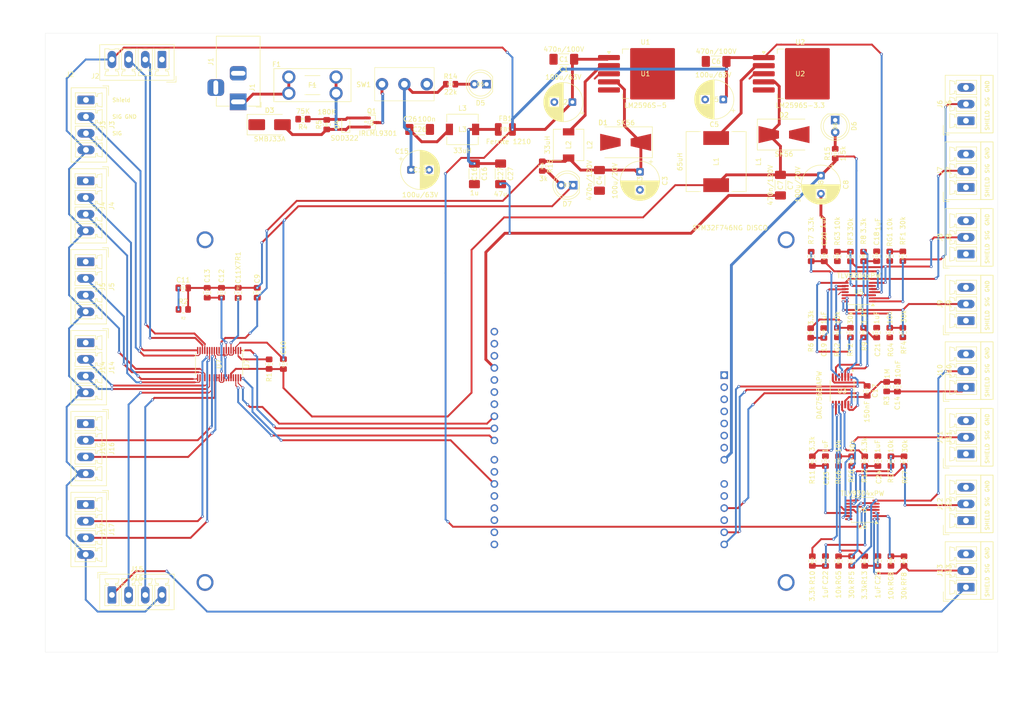
<source format=kicad_pcb>
(kicad_pcb (version 20241229) (generator "pcbnew") (generator_version "9.0")
  (layers (0 "F.Cu" signal "Front") (4 "In1.Cu" signal) (6 "In2.Cu" signal) (2 "B.Cu" signal "Back") (13 "F.Paste" user) (15 "B.Paste" user) (5 "F.SilkS" user "F.Silkscreen") (7 "B.SilkS" user "B.Silkscreen") (1 "F.Mask" user) (3 "B.Mask" user) (25 "Edge.Cuts" user))
  (net 0 "")
  (net 1 "+24V")
  (net 2 "GND")
  (net 3 "+5V")
  (net 4 "+3.3V")
  (net 5 "Net-(U7-REFIO)")
  (net 6 "Net-(U7-REFCAP)")
  (net 7 "GNDA")
  (net 8 "Net-(SW1-B)")
  (net 9 "Net-(C16-Pad1)")
  (net 10 "Net-(U3-VREFIN{slash}VREFOUT)")
  (net 11 "Net-(U5A-+)")
  (net 12 "Net-(U5C-+)")
  (net 13 "Net-(U5B-+)")
  (net 14 "Net-(U5D-+)")
  (net 15 "Net-(U6B-+)")
  (net 16 "Net-(U6D-+)")
  (net 17 "Net-(U6C-+)")
  (net 18 "Net-(U6A-+)")
  (net 19 "Net-(D3-A2)")
  (net 20 "Net-(F1-Pad1)")
  (net 21 "Net-(J2-SIG)")
  (net 22 "Net-(J3-SIG)")
  (net 23 "Net-(J4-SIG)")
  (net 24 "Net-(J5-SIG)")
  (net 25 "Net-(J6-GND)")
  (net 26 "Net-(J7-GND)")
  (net 27 "Net-(J8-GND)")
  (net 28 "Net-(J9-GND)")
  (net 29 "Net-(J10-GND)")
  (net 30 "Net-(J11-GND)")
  (net 31 "Net-(J12-GND)")
  (net 32 "Net-(J13-GND)")
  (net 33 "Net-(J14-SIG)")
  (net 34 "Net-(J15-SIG)")
  (net 35 "Net-(J16-SIG)")
  (net 36 "Net-(J17-SIG)")
  (net 37 "Net-(U2-OUT)")
  (net 38 "Net-(U1-OUT)")
  (net 39 "Net-(D4-A)")
  (net 40 "Net-(Q1-D)")
  (net 41 "Net-(U7-~{RST{slash}PD})")
  (net 42 "Net-(U3-VOUTB)")
  (net 43 "Net-(U3-VOUTC)")
  (net 44 "Net-(U3-VOUTA)")
  (net 45 "Net-(U3-VOUTD)")
  (net 46 "Net-(U3-VOUTE)")
  (net 47 "Net-(U3-VOUTF)")
  (net 48 "Net-(U3-VOUTG)")
  (net 49 "Net-(U3-VOUTH)")
  (net 50 "Net-(D5-A)")
  (net 51 "Net-(D6-A)")
  (net 52 "Net-(D7-A)")
  (net 53 "Net-(U5A--)")
  (net 54 "Net-(U5C--)")
  (net 55 "Net-(U5B--)")
  (net 56 "Net-(U5D--)")
  (net 57 "Net-(U6B--)")
  (net 58 "Net-(U6D--)")
  (net 59 "Net-(U6C--)")
  (net 60 "Net-(U6A--)")
  (net 62 "Net-(A1-D10)")
  (net 63 "Net-(A1-D8)")
  (net 64 "Net-(A1-D5)")
  (net 67 "SCK_OUT")
  (net 82 "MOSI_OUT")
  (net 89 "NSS_OUT")
  (net 90 "Net-(A1-D9)")
  (net 91 "Net-(J2-GND)")
  (net 92 "Net-(J3-GND)")
  (net 93 "Net-(J4-GND)")
  (net 94 "Net-(J5-GND)")
  (net 95 "Net-(J14-GND)")
  (net 96 "Net-(J15-GND)")
  (net 97 "Net-(J16-GND)")
  (net 98 "Net-(J17-GND)")
  (footprint "Connector_Phoenix_MC:PhoenixContact_MCV_1,5_4-G-3.5_1x04_P3.50mm_Vertical" (layer "F.Cu") (at 39.5 62 -90)
    (property "Reference" "J4")
    (property "Value" "Signal_connector")
  )
  (footprint "Resistor_SMD:R_0805_2012Metric_Pad1.20x1.40mm_HandSolder" (layer "F.Cu") (at 202.8 93.875 90)
    (property "Reference" "R9")
    (property "Value" "3.3k")
  )
  (footprint "Connector_Phoenix_MC:PhoenixContact_MCV_1,5_4-G-3.5_1x04_P3.50mm_Vertical" (layer "F.Cu") (at 45 149)
    (property "Reference" "J15")
    (property "Value" "Signal_connector")
  )
  (footprint "Inductor_SMD:L_6.3x6.3_H3" (layer "F.Cu") (at 140.875 54.45 -90)
    (property "Reference" "L2")
    (property "Value" "33uH")
  )
  (footprint "Fuse:Fuseholder_Blade_Mini_Keystone_3568" (layer "F.Cu") (at 82.1375 40.19)
    (property "Reference" "F1")
    (property "Value" "PPTC 1.1A/30V")
  )
  (footprint "Resistor_SMD:R_0805_2012Metric_Pad1.20x1.40mm_HandSolder" (layer "F.Cu") (at 85.1 49.025 180)
    (property "Reference" "R4")
    (property "Value" "75K")
  )
  (footprint "Capacitor_SMD:C_0805_2012Metric_Pad1.18x1.45mm_HandSolder" (layer "F.Cu") (at 59.9625 84.5)
    (property "Reference" "C11")
    (property "Value" "10nF")
  )
  (footprint "Resistor_SMD:R_0805_2012Metric_Pad1.20x1.40mm_HandSolder" (layer "F.Cu") (at 191.8 77.875 -90)
    (property "Reference" "R7")
    (property "Value" "3.3k")
  )
  (footprint "Resistor_SMD:R_0805_2012Metric_Pad1.20x1.40mm_HandSolder" (layer "F.Cu") (at 78 100.5 90)
    (property "Reference" "R1")
    (property "Value" "10k")
  )
  (footprint "Package_SO:TSSOP-14_4.4x5mm_P0.65mm" (layer "F.Cu") (at 201.8 85.375 180)
    (property "Reference" "U5")
    (property "Value" "TLV9304xPW")
  )
  (footprint "Capacitor_SMD:C_0805_2012Metric_Pad1.18x1.45mm_HandSolder" (layer "F.Cu") (at 194.55 77.875 90)
    (property "Reference" "C20")
    (property "Value" "1uF")
  )
  (footprint "Resistor_SMD:R_0805_2012Metric_Pad1.20x1.40mm_HandSolder" (layer "F.Cu") (at 208.3 93.875 -90)
    (property "Reference" "RG4")
    (property "Value" "10k")
  )
  (footprint "Connector_Phoenix_MC:PhoenixContact_MCV_1,5_3-G-3.5_1x03_P3.50mm_Vertical" (layer "F.Cu") (at 224.3 133.375 90)
    (property "Reference" "J12")
    (property "Value" "OUT_Signal_connector" (hide yes))
  )
  (footprint "Inductor_SMD:L_12x12mm_H4.5mm" (layer "F.Cu") (at 171.85 57.95 -90)
    (property "Reference" "L1")
    (property "Value" "65uH")
  )
  (footprint "Resistor_SMD:R_0805_2012Metric_Pad1.20x1.40mm_HandSolder" (layer "F.Cu") (at 200.05 77.875 -90)
    (property "Reference" "RF3")
    (property "Value" "30k")
  )
  (footprint "Resistor_SMD:R_0805_2012Metric_Pad1.20x1.40mm_HandSolder" (layer "F.Cu") (at 208.55 120.875 -90)
    (property "Reference" "RG7")
    (property "Value" "10k")
  )
  (footprint "Resistor_SMD:R_0805_2012Metric_Pad1.20x1.40mm_HandSolder" (layer "F.Cu") (at 211.05 93.875 -90)
    (property "Reference" "RF4")
    (property "Value" "30k")
  )
  (footprint "Capacitor_SMD:C_1808_4520Metric_Pad1.72x2.30mm_HandSolder" (layer "F.Cu") (at 147.35 61.897349 -90)
    (property "Reference" "C4" (hide yes))
    (property "Value" "470n/120V")
  )
  (footprint "Package_SO:TSSOP-14_4.4x5mm_P0.65mm" (layer "F.Cu") (at 202.55 131.125 180)
    (property "Reference" "U6")
    (property "Value" "TLV9304xPW")
  )
  (footprint "Diode_SMD:D_SMB-SMC_Universal_Handsoldering" (layer "F.Cu") (at 152.85 53.9 180)
    (property "Reference" "D1")
    (property "Value" "SK56")
  )
  (footprint "Capacitor_SMD:C_1808_4520Metric_Pad1.72x2.30mm_HandSolder" (layer "F.Cu") (at 139.875 36.45 180)
    (property "Reference" "C1")
    (property "Value" "470n/100V")
  )
  (footprint "Capacitor_SMD:C_1808_4520Metric_Pad1.72x2.30mm_HandSolder" (layer "F.Cu") (at 171.85 36.9 180)
    (property "Reference" "C6" (hide yes))
    (property "Value" "470n/100V")
  )
  (footprint "Capacitor_THT:CP_Radial_D8.0mm_P3.80mm" (layer "F.Cu") (at 141.677651 45.45 180)
    (property "Reference" "C2" (hide yes))
    (property "Value" "100u/63V")
  )
  (footprint "Connector_Phoenix_MC:PhoenixContact_MCV_1,5_4-G-3.5_1x04_P3.50mm_Vertical" (layer "F.Cu") (at 39.5 113 -90)
    (property "Reference" "J16")
    (property "Value" "Signal_connector")
  )
  (footprint "Resistor_SMD:R_0805_2012Metric_Pad1.20x1.40mm_HandSolder" (layer "F.Cu") (at 203.05 141.875 -90)
    (property "Reference" "R13")
    (property "Value" "3.3k")
  )
  (footprint "Connector_Phoenix_MC:PhoenixContact_MCV_1,5_4-G-3.5_1x04_P3.50mm_Vertical" (layer "F.Cu") (at 39.5 96 -90)
    (property "Reference" "J14")
    (property "Value" "Signal_connector")
  )
  (footprint "Resistor_SMD:R_0805_2012Metric_Pad1.20x1.40mm_HandSolder" (layer "F.Cu") (at 191.7 93.95 -90)
    (property "Reference" "R6")
    (property "Value" "3.3k")
  )
  (footprint "Capacitor_SMD:C_0805_2012Metric_Pad1.18x1.45mm_HandSolder" (layer "F.Cu") (at 203.55 106.125 -90)
    (property "Reference" "C17")
    (property "Value" "150nF")
  )
  (footprint "Diode_SMD:D_SOD-323F" (layer "F.Cu") (at 94.1 50.19 90)
    (property "Reference" "D4")
    (property "Value" "SOD322")
  )
  (footprint "własne:STM32F7_DISCO" (layer "F.Cu") (at 173.55 101.375 -90)
    (property "Reference" "A1" (hide yes))
    (property "Value" "STM32F746NG DISCO")
  )
  (footprint "Resistor_SMD:R_0805_2012Metric_Pad1.20x1.40mm_HandSolder" (layer "F.Cu") (at 197.55 141.875 -90)
    (property "Reference" "RG5")
    (property "Value" "10k")
  )
  (footprint "Resistor_SMD:R_0805_2012Metric_Pad1.20x1.40mm_HandSolder" (layer "F.Cu") (at 135.35 58.9 -90)
    (property "Reference" "R16")
    (property "Value" "3k")
  )
  (footprint "Resistor_SMD:R_0805_2012Metric_Pad1.20x1.40mm_HandSolder" (layer "F.Cu") (at 211.3 120.875 -90)
    (property "Reference" "RF7")
    (property "Value" "30k")
  )
  (footprint "Capacitor_SMD:C_0805_2012Metric_Pad1.18x1.45mm_HandSolder" (layer "F.Cu") (at 68 85.5 90)
    (property "Reference" "C12")
    (property "Value" "1uF")
  )
  (footprint "Capacitor_THT:CP_Radial_D8.0mm_P3.80mm" (layer "F.Cu") (at 173.35 44.9 180)
    (property "Reference" "C5")
    (property "Value" "100u/63V")
  )
  (footprint "Connector_Phoenix_MC:PhoenixContact_MCV_1,5_3-G-3.5_1x03_P3.50mm_Vertical" (layer "F.Cu") (at 224.3 91.375 90)
    (property "Reference" "J9")
    (property "Value" "OUT_Signal_connector" (hide yes))
  )
  (footprint "Capacitor_THT:CP_Radial_D8.0mm_P3.80mm" (layer "F.Cu") (at 193.85 60.9 -90)
    (property "Reference" "C8")
    (property "Value" "100u/20V")
  )
  (footprint "Resistor_SMD:R_0805_2012Metric_Pad1.20x1.40mm_HandSolder" (layer "F.Cu") (at 202.8 77.875 -90)
    (property "Reference" "R8")
    (property "Value" "3.3k")
  )
  (footprint "Connector_Phoenix_MC:PhoenixContact_MCV_1,5_4-G-3.5_1x04_P3.50mm_Vertical" (layer "F.Cu") (at 39.55 45 -90)
    (property "Reference" "J3")
    (property "Value" "Signal_connector")
  )
  (footprint "Capacitor_SMD:C_0805_2012Metric_Pad1.18x1.45mm_HandSolder" (layer "F.Cu") (at 75.5 85.5 -90)
    (property "Reference" "C9")
    (property "Value" "1uF")
  )
  (footprint "Diode_SMD:D_SMB_Handsoldering" (layer "F.Cu") (at 78.1 50.19)
    (property "Reference" "D3")
    (property "Value" "SMBJ33A")
  )
  (footprint "slide_switches:SLW-1276864-4A-D_FOOTPRINT" (layer "F.Cu") (at 106.4 41.69)
    (property "Reference" "SW1")
    (property "Value" "SLW-1276864-4A-D")
  )
  (footprint "Capacitor_SMD:C_0805_2012Metric_Pad1.18x1.45mm_HandSolder" (layer "F.Cu") (at 205.8 141.875 90)
    (property "Reference" "C25")
    (property "Value" "1uF")
  )
  (footprint "Connector_BarrelJack:BarrelJack_Horizontal" (layer "F.Cu") (at 71.5075 45.4 -90)
    (property "Reference" "J1")
    (property "Value" "DC_Jack_5.5x2.1mm")
  )
  (footprint "Capacitor_SMD:C_0805_2012Metric_Pad1.18x1.45mm_HandSolder" (layer "F.Cu") (at 205.8 120.875 90)
    (property "Reference" "C24")
    (property "Value" "1uF")
  )
  (footprint "Resistor_SMD:R_0805_2012Metric_Pad1.20x1.40mm_HandSolder" (layer "F.Cu") (at 90.1 50.19 90)
    (property "Reference" "R5")
    (property "Value" "180K")
  )
  (footprint "Capacitor_THT:CP_Radial_D8.0mm_P3.80mm" (layer "F.Cu") (at 107.797349 59.69)
    (property "Reference" "C15")
    (property "Value" "100u/63V")
  )
  (footprint "Resistor_SMD:R_0805_2012Metric_Pad1.20x1.40mm_HandSolder" (layer "F.Cu") (at 200.05 93.875 -90)
    (property "Reference" "RF2")
    (property "Value" "30k")
  )
  (footprint "Resistor_SMD:R_0805_2012Metric_Pad1.20x1.40mm_HandSolder" (layer "F.Cu") (at 196.85 56.275 90)
    (property "Reference" "R15")
    (property "Value" "1.5k")
  )
  (footprint "LED_THT:LED_D5.0mm_Clear" (layer "F.Cu") (at 141.85 62.9 180)
    (property "Reference" "D7")
    (property "Value" "LED")
  )
  (footprint "Capacitor_SMD:C_0805_2012Metric_Pad1.18x1.45mm_HandSolder" (layer "F.Cu") (at 71.5 85.5 90)
    (property "Reference" "C11X7R1")
    (property "Value" "10uF")
  )
  (footprint "Capacitor_SMD:C_1808_4520Metric_Pad1.72x2.30mm_HandSolder" (layer "F.Cu") (at 126.6 60.5275 -90)
    (property "Reference" "C27")
    (property "Value" "47u")
  )
  (footprint "Connector_Phoenix_MC:PhoenixContact_MCV_1,5_4-G-3.5_1x04_P3.50mm_Vertical" (layer "F.Cu") (at 39.5 79 -90)
    (property "Reference" "J5")
    (property "Value" "Signal_connector")
  )
  (footprint "Capacitor_THT:CP_Radial_D8.0mm_P3.80mm" (layer "F.Cu") (at 155.85 60.097349 -90)
    (property "Reference" "C3")
    (property "Value" "100u/20V")
  )
  (footprint "Capacitor_SMD:C_0805_2012Metric_Pad1.18x1.45mm_HandSolder" (layer "F.Cu") (at 65 85.5 90)
    (property "Reference" "C13")
    (property "Value" "10uF")
  )
  (footprint "własne:dac" (layer "F.Cu") (at 198.3 106.125 -90)
    (property "Reference" "U3")
    (property "Value" "DAC7568IAPW")
  )
  (footprint "Resistor_SMD:R_0805_2012Metric_Pad1.20x1.40mm_HandSolder" (layer "F.Cu") (at 197.55 120.875 -90)
    (property "Reference" "RG6")
    (property "Value" "10k")
  )
  (footprint "Resistor_SMD:R_0805_2012Metric_Pad1.20x1.40mm_HandSolder" (layer "F.Cu") (at 203.05 120.875 -90)
    (property "Reference" "R12")
    (property "Value" "3.3k")
  )
  (footprint "Inductor_SMD:L_1210_3225Metric_Pad1.42x2.65mm_HandSolder" (layer "F.Cu") (at 127.6 51.19)
    (property "Reference" "FB1")
    (property "Value" "Ferrite 1210")
  )
  (footprint "Connector_Phoenix_MC:PhoenixContact_MCV_1,5_4-G-3.5_1x04_P3.50mm_Vertical" (layer "F.Cu") (at 55.5 36.5 180)
    (property "Reference" "J2")
    (property "Value" "Signal_connector" (hide yes))
  )
  (footprint "Package_SO:TSSOP-38_4.4x9.7mm_P0.5mm" (layer "F.Cu") (at 67.5 100.5 -90)
    (property "Reference" "U7")
    (property "Value" "ADS8688")
  )
  (footprint "Resistor_SMD:R_0805_2012Metric_Pad1.20x1.40mm_HandSolder" (layer "F.Cu") (at 116.1 41.69)
    (property "Reference" "R14")
    (property "Value" "22k")
  )
  (footprint "Resistor_SMD:R_0805_2012Metric_Pad1.20x1.40mm_HandSolder" (layer "F.Cu") (at 197.3 77.875 -90)
    (property "Reference" "RG3")
    (property "Value" "10k")
  )
  (footprint "Resistor_SMD:R_0805_2012Metric_Pad1.20x1.40mm_HandSolder" (layer "F.Cu") (at 207.65 105.2375 90)
    (property "Reference" "R3")
    (property "Value" "1M")
  )
  (footprint "Connector_Phoenix_MC:PhoenixContact_MCV_1,5_3-G-3.5_1x03_P3.50mm_Vertical" (layer "F.Cu") (at 224.3 77.375 90)
    (property "Reference" "J8")
    (property "Value" "OUT_Signal_connector" (hide yes))
  )
  (footprint "Package_TO_SOT_SMD:SOT-23" (layer "F.Cu") (at 99.5375 49.74)
    (property "Reference" "Q1")
    (property "Value" "IRLML9301")
  )
  (footprint "Connector_Phoenix_MC:PhoenixContact_MCV_1,5_3-G-3.5_1x03_P3.50mm_Vertical" (layer "F.Cu") (at 224.3 119.375 90)
    (property "Reference" "J11")
    (property "Value" "OUT_Signal_connector" (hide yes))
  )
  (footprint "Connector_Phoenix_MC:PhoenixContact_MCV_1,5_3-G-3.5_1x03_P3.50mm_Vertical" (layer "F.Cu") (at 224.3 105.375 90)
    (property "Reference" "J10")
    (property "Value" "OUT_Signal_connector" (hide yes))
  )
  (footprint "Resistor_SMD:R_0805_2012Metric_Pad1.20x1.40mm_HandSolder" (layer "F.Cu") (at 192.05 141.875 -90)
    (property "Reference" "R10")
    (property "Value" "3.3k")
  )
  (footprint "Package_TO_SOT_SMD:TO-263-5_TabPin3" (layer "F.Cu") (at 189.5 39.5)
    (property "Reference" "U2")
    (property "Value" "LM2596S-3.3")
  )
  (footprint "Resistor_SMD:R_0805_2012Metric_Pad1.20x1.40mm_HandSolder" (layer "F.Cu") (at 211.3 141.875 -90)
    (property "Reference" "RF8")
    (property "Value" "30k")
  )
  (footprint "Capacitor_SMD:C_1808_4520Metric_Pad1.72x2.30mm_HandSolder" (layer "F.Cu") (at 121.1 60.5275 -90)
    (property "Reference" "C16")
    (property "Value" "1u")
  )
  (footprint "Inductor_SMD:L_6.3x6.3_H3" (layer "F.Cu") (at 118.6 51.19)
    (property "Reference" "L3")
    (property "Value" "33uH")
  )
  (footprint "Resistor_SMD:R_0805_2012Metric_Pad1.20x1.40mm_HandSolder" (layer "F.Cu") (at 200.3 141.875 -90)
    (property "Reference" "RF5")
    (property "Value" "30k")
  )
  (footprint "Connector_Phoenix_MC:PhoenixContact_MCV_1,5_3-G-3.5_1x03_P3.50mm_Vertical" (layer "F.Cu") (at 224.3 63.375 90)
    (property "Reference" "J7")
    (property "Value" "OUT_Signal_connector" (hide yes))
  )
  (footprint "Diode_SMD:D_SMB-SMC_Universal_Handsoldering" (layer "F.Cu") (at 186.1 52.275)
    (property "Reference" "D2")
    (property "Value" "SK56")
  )
  (footprint "Connector_Phoenix_MC:PhoenixContact_MCV_1,5_4-G-3.5_1x04_P3.50mm_Vertical" (layer "F.Cu") (at 39.5 130 -90)
    (property "Reference" "J17")
    (property "Value" "Signal_connector")
  )
  (footprint "Resistor_SMD:R_0805_2012Metric_Pad1.20x1.40mm_HandSolder" (layer "F.Cu") (at 200.3 120.875 -90)
    (property "Reference" "RF6")
    (property "Value" "30k")
  )
  (footprint "Capacitor_SMD:C_0805_2012Metric_Pad1.18x1.45mm_HandSolder" (layer "F.Cu") (at 209.9 105.2375 90)
    (property "Reference" "C14")
    (property "Value" "10nF")
  )
  (footprint "Resistor_SMD:R_0805_2012Metric_Pad1.20x1.40mm_HandSolder" (layer "F.Cu") (at 197.3 93.875 -90)
    (property "Reference" "RG2")
    (property "Value" "10k")
  )
  (footprint "Resistor_SMD:R_0805_2012Metric_Pad1.20x1.40mm_HandSolder" (layer "F.Cu") (at 208.3 77.8375 -90)
    (property "Reference" "RG1")
    (property "Value" "10k")
  )
  (footprint "Connector_Phoenix_MC:PhoenixContact_MCV_1,5_3-G-3.5_1x03_P3.50mm_Vertical" (layer "F.Cu") (at 224.3 49.375 90)
    (property "Reference" "J6")
    (property "Value" "OUT_Signal_connector" (hide yes))
  )
  (footprint "LED_THT:LED_D5.0mm_Clear" (layer "F.Cu") (at 196.85 49.235 -90)
    (property "Reference" "D6")
    (property "Value" "LED")
  )
  (footprint "Capacitor_SMD:C_0805_2012Metric_Pad1.18x1.45mm_HandSolder" (layer "F.Cu") (at 194.8 120.875 90)
    (property "Reference" "C23")
    (property "Value" "1uF")
  )
  (footprint "Capacitor_SMD:C_0805_2012Metric_Pad1.18x1.45mm_HandSolder" (layer "F.Cu") (at 205.55 93.875 90)
    (property "Reference" "C21")
    (property "Value" "1uF")
  )
  (footprint "Resistor_SMD:R_0805_2012Metric_Pad1.20x1.40mm_HandSolder" (layer "F.Cu") (at 192.05 120.875 -90)
    (property "Reference" "R11")
    (property "Value" "3.3k")
  )
  (footprint "Package_TO_SOT_SMD:TO-263-5_TabPin3" (layer "F.Cu") (at 157 39.5)
    (property "Reference" "U1")
    (property "Value" "LM2596S-5")
  )
  (footprint "Capacitor_SMD:C_0805_2012Metric_Pad1.18x1.45mm_HandSolder" (layer "F.Cu") (at 205.55 77.8375 90)
    (property "Reference" "C18")
    (property "Value" "1uF")
  )
  (footprint "Capacitor_SMD:C_0805_2012Metric_Pad1.18x1.45mm_HandSolder" (layer "F.Cu") (at 81 100.5 90)
    (property "Reference" "C10")
    (property "Value" "10uF")
  )
  (footprint "Resistor_SMD:R_0805_2012Metric_Pad1.20x1.40mm_HandSolder" (layer "F.Cu") (at 208.55 141.875 -90)
    (property "Reference" "RG8")
    (property "Value" "10k")
  )
  (footprint "Connector_Phoenix_MC:PhoenixContact_MCV_1,5_3-G-3.5_1x03_P3.50mm_Vertical" (layer "F.Cu") (at 224.3 147.375 90)
    (property "Reference" "J13")
    (property "Value" "OUT_Signal_connector" (hide yes))
  )
  (footprint "Capacitor_SMD:C_1808_4520Metric_Pad1.72x2.30mm_HandSolder" (layer "F.Cu") (at 109.6 51.19)
    (property "Reference" "C26")
    (property "Value" "100n")
  )
  (footprint "Capacitor_SMD:C_1808_4520Metric_Pad1.72x2.30mm_HandSolder" (layer "F.Cu") (at 185.35 62.9 -90)
    (property "Reference" "C7")
    (property "Value" "470n/120V")
  )
  (footprint "Capacitor_SMD:C_0805_2012Metric_Pad1.18x1.45mm_HandSolder" (layer "F.Cu") (at 194.45 93.95 90)
    (property "Reference" "C19")
    (property "Value" "1uF")
  )
  (footprint "Resistor_SMD:R_0805_2012Metric_Pad1.20x1.40mm_HandSolder" (layer "F.Cu") (at 211.05 77.8375 -90)
    (property "Reference" "RF1")
    (property "Value" "30k")
  )
  (footprint "Resistor_SMD:R_0805_2012Metric_Pad1.20x1.40mm_HandSolder" (layer "F.Cu") (at 59.9825 89.005)
    (property "Reference" "R2")
    (property "Value" "1M")
  )
  (footprint "LED_THT:LED_D5.0mm_Clear" (layer "F.Cu") (at 123.64 41.69 180)
    (property "Reference" "D5")
    (property "Value" "LED")
  )
  (footprint "Capacitor_SMD:C_0805_2012Metric_Pad1.18x1.45mm_HandSolder" (layer "F.Cu") (at 194.8 141.875 90)
    (property "Reference" "C22")
    (property "Value" "1uF")
  )
  (gr_rect (start 227.41 95.815) (end 230 107.925) (stroke (width 0.1524)) (fill no) (layer "F.SilkS"))
  (gr_rect (start 227.41 67.815) (end 230 79.925) (stroke (width 0.1524)) (fill no) (layer "F.SilkS"))
  (gr_rect (start 227.41 53.815) (end 230 65.925) (stroke (width 0.1524)) (fill no) (layer "F.SilkS"))
  (gr_rect (start 227.41 81.815) (end 230 93.925) (stroke (width 0.1524)) (fill no) (layer "F.SilkS"))
  (gr_rect (start 227.41 39.815) (end 230 51.925) (stroke (width 0.1524)) (fill no) (layer "F.SilkS"))
  (gr_rect (start 227.41 123.815) (end 230 135.925) (stroke (width 0.1524)) (fill no) (layer "F.SilkS"))
  (gr_rect (start 227.41 109.815) (end 230 121.925) (stroke (width 0.1524)) (fill no) (layer "F.SilkS"))
  (gr_rect (start 227.41 137.815) (end 230 149.925) (stroke (width 0.1524)) (fill no) (layer "F.SilkS"))
  (gr_rect (start 31 31) (end 231 161) (stroke (width 0.0381)) (fill no) (layer "Edge.Cuts"))
  (gr_text "SIG" (at 229.25 46.5 90) (layer "F.SilkS") (effects (font (size 0.8128 0.8128) (thickness 0.1524) (bold yes)) (justify left bottom)))
  (gr_text "GND\n" (at 229.25 57.5 90) (layer "F.SilkS") (effects (font (size 0.8128 0.8128) (thickness 0.1524) (bold yes)) (justify left bottom)))
  (gr_text "SIG" (at 229.25 74.5 90) (layer "F.SilkS") (effects (font (size 0.8128 0.8128) (thickness 0.1524) (bold yes)) (justify left bottom)))
  (gr_text "SHIELD" (at 229.25 135.5 90) (layer "F.SilkS") (effects (font (size 0.8128 0.8128) (thickness 0.1524) (bold yes)) (justify left bottom)))
  (gr_text "SHIELD" (at 229.25 149.5 90) (layer "F.SilkS") (effects (font (size 0.8128 0.8128) (thickness 0.1524) (bold yes)) (justify left bottom)))
  (gr_text "GND\n" (at 229.25 113.5 90) (layer "F.SilkS") (effects (font (size 0.8128 0.8128) (thickness 0.1524) (bold yes)) (justify left bottom)))
  (gr_text "SHIELD" (at 229.25 107.5 90) (layer "F.SilkS") (effects (font (size 0.8128 0.8128) (thickness 0.1524) (bold yes)) (justify left bottom)))
  (gr_text "GND\n" (at 229.25 99.5 90) (layer "F.SilkS") (effects (font (size 0.8128 0.8128) (thickness 0.1524) (bold yes)) (justify left bottom)))
  (gr_text "SHIELD" (at 229.25 65.5 90) (layer "F.SilkS") (effects (font (size 0.8128 0.8128) (thickness 0.1524) (bold yes)) (justify left bottom)))
  (gr_text "SIG" (at 229.25 60.5 90) (layer "F.SilkS") (effects (font (size 0.8128 0.8128) (thickness 0.1524) (bold yes)) (justify left bottom)))
  (gr_text "SIG" (at 45 52.5 0) (layer "F.SilkS") (effects (font (size 0.8128 0.8128) (thickness 0.1524) (bold yes)) (justify left bottom)))
  (gr_text "SIG" (at 229.25 102.5 90) (layer "F.SilkS") (effects (font (size 0.8128 0.8128) (thickness 0.1524) (bold yes)) (justify left bottom)))
  (gr_text "GND\n" (at 229.25 127.5 90) (layer "F.SilkS") (effects (font (size 0.8128 0.8128) (thickness 0.1524) (bold yes)) (justify left bottom)))
  (gr_text "SHIELD" (at 229.25 121.5 90) (layer "F.SilkS") (effects (font (size 0.8128 0.8128) (thickness 0.1524) (bold yes)) (justify left bottom)))
  (gr_text "SHIELD" (at 229.25 79.5 90) (layer "F.SilkS") (effects (font (size 0.8128 0.8128) (thickness 0.1524) (bold yes)) (justify left bottom)))
  (gr_text "GND\n" (at 229.25 71.5 90) (layer "F.SilkS") (effects (font (size 0.8128 0.8128) (thickness 0.1524) (bold yes)) (justify left bottom)))
  (gr_text "SHIELD" (at 229.25 51.5 90) (layer "F.SilkS") (effects (font (size 0.8128 0.8128) (thickness 0.1524) (bold yes)) (justify left bottom)))
  (gr_text "GND\n" (at 229.25 141.5 90) (layer "F.SilkS") (effects (font (size 0.8128 0.8128) (thickness 0.1524) (bold yes)) (justify left bottom)))
  (gr_text "SIG" (at 229.25 144.5 90) (layer "F.SilkS") (effects (font (size 0.8128 0.8128) (thickness 0.1524) (bold yes)) (justify left bottom)))
  (gr_text "Shield\n" (at 45 45.5 0) (layer "F.SilkS") (effects (font (size 0.8128 0.8128) (thickness 0.1524) (bold yes)) (justify left bottom)))
  (gr_text "GND\n" (at 229.25 43.5 90) (layer "F.SilkS") (effects (font (size 0.8128 0.8128) (thickness 0.1524) (bold yes)) (justify left bottom)))
  (gr_text "SIG" (at 229.25 88.5 90) (layer "F.SilkS") (effects (font (size 0.8128 0.8128) (thickness 0.1524) (bold yes)) (justify left bottom)))
  (gr_text "GND\n" (at 229.25 85.5 90) (layer "F.SilkS") (effects (font (size 0.8128 0.8128) (thickness 0.1524) (bold yes)) (justify left bottom)))
  (gr_text "SIG" (at 229.25 130.5 90) (layer "F.SilkS") (effects (font (size 0.8128 0.8128) (thickness 0.1524) (bold yes)) (justify left bottom)))
  (gr_text "SHIELD" (at 229.25 93.5 90) (layer "F.SilkS") (effects (font (size 0.8128 0.8128) (thickness 0.1524) (bold yes)) (justify left bottom)))
  (gr_text "SIG" (at 229.25 116.5 90) (layer "F.SilkS") (effects (font (size 0.8128 0.8128) (thickness 0.1524) (bold yes)) (justify left bottom)))
  (gr_text "SIG GND" (at 45 49 0) (layer "F.SilkS") (effects (font (size 0.8128 0.8128) (thickness 0.1524) (bold yes)) (justify left bottom)))
  (segment (start 129.0875 51.19) (end 135.937651 51.19) (width 0.6) (layer "F.Cu") (net 1))
  (segment (start 149 36.45) (end 149.35 36.1) (width 0.6) (layer "F.Cu") (net 1))
  (segment (start 118.3255 57.1745) (end 118.5 57.1745) (width 0.4) (layer "F.Cu") (net 1))
  (segment (start 202.4 131.375) (end 202.65 131.125) (width 0.4) (layer "F.Cu") (net 1))
  (segment (start 141.677651 36.809849) (end 142.0375 36.45) (width 0.6) (layer "F.Cu") (net 1))
  (segment (start 174.8125 36.1) (end 174.0125 36.9) (width 0.6) (layer "F.Cu") (net 1))
  (segment (start 202.65 131.125) (end 205.4125 131.125) (width 0.4) (layer "F.Cu") (net 1))
  (segment (start 202.4 131.5) (end 202.4 131.375) (width 0.4) (layer "F.Cu") (net 1))
  (segment (start 174.0125 38.4375) (end 174.1 38.525) (width 0.6) (layer "F.Cu") (net 1))
  (segment (start 142.0375 36.45) (end 149 36.45) (width 0.6) (layer "F.Cu") (net 1))
  (segment (start 204.6625 85.375) (end 206.55 85.375) (width 0.4) (layer "F.Cu") (net 1))
  (segment (start 135.937651 51.19) (end 141.677651 45.45) (width 0.6) (layer "F.Cu") (net 1))
  (segment (start 202.4 134.2) (end 201.9335 134.6665) (width 0.4) (layer "F.Cu") (net 1))
  (segment (start 123.103 57.1745) (end 129.0875 51.19) (width 0.4) (layer "F.Cu") (net 1))
  (segment (start 47.5 34) (end 45 36.5) (width 0.4) (layer "F.Cu") (net 1))
  (segment (start 174.0125 36.9) (end 174.0125 44.2375) (width 0.6) (layer "F.Cu") (net 1))
  (segment (start 206.55 35.375) (end 204.55 33.375) (width 0.4) (layer "F.Cu") (net 1))
  (segment (start 201.9335 134.6665) (end 116.5915 134.6665) (width 0.4) (layer "F.Cu") (net 1))
  (segment (start 204.55 33.375) (end 185.5 33.375) (width 0.4) (layer "F.Cu") (net 1))
  (segment (start 174.0125 44.2375) (end 173.35 44.9) (width 0.6) (layer "F.Cu") (net 1))
  (segment (start 128 35) (end 127 34) (width 0.4) (layer "F.Cu") (net 1))
  (segment (start 116.5915 134.6665) (end 115.55 133.625) (width 0.4) (layer "F.Cu") (net 1))
  (segment (start 181.85 36.1) (end 174.8125 36.1) (width 0.6) (layer "F.Cu") (net 1))
  (segment (start 118.5 57.1745) (end 123.103 57.1745) (width 0.4) (layer "F.Cu") (net 1))
  (segment (start 141.677651 45.45) (end 141.677651 36.809849) (width 0.6) (layer "F.Cu") (net 1))
  (segment (start 184.575 33.375) (end 181.85 36.1) (width 0.4) (layer "F.Cu") (net 1))
  (segment (start 185.5 33.375) (end 184.575 33.375) (width 0.4) (layer "F.Cu") (net 1))
  (segment (start 127 34) (end 47.5 34) (width 0.4) (layer "F.Cu") (net 1))
  (segment (start 115 60.5) (end 118.3255 57.1745) (width 0.4) (layer "F.Cu") (net 1))
  (segment (start 174.0125 36.9) (end 174.0125 38.4375) (width 0.6) (layer "F.Cu") (net 1))
  (via (at 206.55 35.375) (size 0.6) (drill 0.3) (layers "F.Cu" "B.Cu") (net 1))
  (via (at 202.4 131.5) (size 0.6) (drill 0.3) (layers "F.Cu" "B.Cu") (net 1))
  (via (at 202.4 134.2) (size 0.6) (drill 0.3) (layers "F.Cu" "B.Cu") (net 1))
  (via (at 206.55 85.375) (size 0.6) (drill 0.3) (layers "F.Cu" "B.Cu") (net 1))
  (via (at 174.1 38.525) (size 0.6) (drill 0.3) (layers "F.Cu" "B.Cu") (net 1))
  (via (at 129.0875 51.19) (size 0.6) (drill 0.3) (layers "F.Cu" "B.Cu") (net 1))
  (via (at 128 35) (size 0.6) (drill 0.3) (layers "F.Cu" "B.Cu") (net 1))
  (via (at 115.55 133.625) (size 0.6) (drill 0.3) (layers "F.Cu" "B.Cu") (net 1))
  (via (at 115 60.5) (size 0.6) (drill 0.3) (layers "F.Cu" "B.Cu") (net 1))
  (segment (start 39.55 55.5) (end 35.5 51.45) (width 0.4) (layer "B.Cu") (net 1))
  (segment (start 129.0875 51.19) (end 129.0875 49.0375) (width 0.6) (layer "B.Cu") (net 1))
  (segment (start 35.5 51.45) (end 35.5 40.5) (width 0.4) (layer "B.Cu") (net 1))
  (segment (start 39.55 55.95) (end 36 59.5) (width 0.4) (layer "B.Cu") (net 1))
  (segment (start 129.0875 36.0875) (end 128 35) (width 0.4) (layer "B.Cu") (net 1))
  (segment (start 115.05 60.375) (end 115.05 81.375) (width 0.4) (layer "B.Cu") (net 1))
  (segment (start 39.5 72.5) (end 36 76) (width 0.4) (layer "B.Cu") (net 1))
  (segment (start 35.5 40.5) (end 39.5 36.5) (width 0.4) (layer "B.Cu") (net 1))
  (segment (start 55.5 149) (end 52 152.5) (width 0.4) (layer "B.Cu") (net 1))
  (segment (start 115.05 133.125) (end 115.55 133.625) (width 0.4) (layer "B.Cu") (net 1))
  (segment (start 35.5 121) (end 38 123.5) (width 0.4) (layer "B.Cu") (net 1))
  (segment (start 206.55 85.375) (end 206.6 85.325) (width 0.4) (layer "B.Cu") (net 1))
  (segment (start 38 123.5) (end 39.5 123.5) (width 0.4) (layer "B.Cu") (net 1))
  (segment (start 36 93) (end 36 103) (width 0.4) (layer "B.Cu") (net 1))
  (segment (start 129.1 51.2025) (end 129.0875 51.19) (width 0.4) (layer "B.Cu") (net 1))
  (segment (start 39.5 150) (end 39.5 140.5) (width 0.4) (layer "B.Cu") (net 1))
  (segment (start 38.5 106.5) (end 39.5 106.5) (width 0.4) (layer "B.Cu") (net 1))
  (segment (start 206.6 35.425) (end 206.55 35.375) (width 0.4) (layer "B.Cu") (net 1))
  (segment (start 36 76) (end 36 86) (width 0.4) (layer "B.Cu") (net 1))
  (segment (start 36 59.5) (end 36 69) (width 0.4) (layer "B.Cu") (net 1))
  (segment (start 39.5 140.5) (end 35.5 136.5) (width 0.4) (layer "B.Cu") (net 1))
  (segment (start 39.5 89.5) (end 36 93) (width 0.4) (layer "B.Cu") (net 1))
  (segment (start 35.5 136.5) (end 35.5 126.5) (width 0.4) (layer "B.Cu") (net 1))
  (segment (start 202.4 131.5) (end 202.4 134.2) (width 0.4) (layer "B.Cu") (net 1))
  (segment (start 35.5 126.5) (end 35.5 126) (width 0.4) (layer "B.Cu") (net 1))
  (segment (start 129.0875 49.0375) (end 139.6 38.525) (width 0.6) (layer "B.Cu") (net 1))
  (segment (start 39.55 55.5) (end 39.55 55.95) (width 0.4) (layer "B.Cu") (net 1))
  (segment (start 36 69) (end 39.5 72.5) (width 0.4) (layer "B.Cu") (net 1))
  (segment (start 206.6 85.325) (end 206.6 35.425) (width 0.4) (layer "B.Cu") (net 1))
  (segment (start 39.5 36.5) (end 45 36.5) (width 0.4) (layer "B.Cu") (net 1))
  (segment (start 139.6 38.525) (end 174.1 38.525) (width 0.6) (layer "B.Cu") (net 1))
  (segment (start 115.05 81.375) (end 115.05 133.125) (width 0.4) (layer "B.Cu") (net 1))
  (segment (start 35.5 121) (end 35.5 109.5) (width 0.4) (layer "B.Cu") (net 1))
  (segment (start 36 103) (end 39.5 106.5) (width 0.4) (layer "B.Cu") (net 1))
  (segment (start 35.5 126) (end 36.5 125) (width 0.4) (layer "B.Cu") (net 1))
  (segment (start 36.5 125) (end 38 123.5) (width 0.4) (layer "B.Cu") (net 1))
  (segment (start 52 152.5) (end 42 152.5) (width 0.4) (layer "B.Cu") (net 1))
  (segment (start 129.0875 51.19) (end 129.0875 36.0875) (width 0.4) (layer "B.Cu") (net 1))
  (segment (start 42 152.5) (end 39.5 150) (width 0.4) (layer "B.Cu") (net 1))
  (segment (start 35.5 109.5) (end 38.5 106.5) (width 0.4) (layer "B.Cu") (net 1))
  (segment (start 36 86) (end 39.5 89.5) (width 0.4) (layer "B.Cu") (net 1))
  (segment (start 206.475 104.2375) (end 203.55 107.1625) (width 0.4) (layer "F.Cu") (net 2))
  (segment (start 203.3125 107.4) (end 199.760001 107.4) (width 0.4) (layer "F.Cu") (net 2))
  (segment (start 203.55 107.1625) (end 203.3125 107.4) (width 0.4) (layer "F.Cu") (net 2))
  (segment (start 199.6875 131.125) (end 198.725 131.125) (width 0.4) (layer "F.Cu") (net 2))
  (segment (start 81 99.4625) (end 81 99.5) (width 0.4) (layer "F.Cu") (net 2))
  (segment (start 61 84.5) (end 61 88.9875) (width 0.4) (layer "F.Cu") (net 2))
  (segment (start 84.145 67.328) (end 137.422 67.328) (width 0.4) (layer "F.Cu") (net 2))
  (segment (start 69.728001 98.603) (end 70.271999 98.603) (width 0.2) (layer "F.Cu") (net 2))
  (segment (start 67 97.6375) (end 67 98.374999) (width 0.2) (layer "F.Cu") (net 2))
  (segment (start 199.760001 107.4) (end 198.95 108.210001) (width 0.4) (layer "F.Cu") (net 2))
  (segment (start 71.916213 95.983788) (end 77.521288 95.983788) (width 0.4) (layer "F.Cu") (net 2))
  (segment (start 68.5 103.3625) (end 69.472 103.3625) (width 0.4) (layer "F.Cu") (net 2))
  (segment (start 209.8625 104.2375) (end 209.9 104.2) (width 0.4) (layer "F.Cu") (net 2))
  (segment (start 194.55 70) (end 193.85 69.3) (width 0.6) (layer "F.Cu") (net 2))
  (segment (start 166.5625 73) (end 127.5 73) (width 0.6) (layer "F.Cu") (net 2))
  (segment (start 123.5 77) (end 123.5 99.505) (width 0.6) (layer "F.Cu") (net 2))
  (segment (start 70.271999 98.603) (end 70.5 98.374999) (width 0.2) (layer "F.Cu") (net 2))
  (segment (start 81 70.473) (end 84.145 67.328) (width 0.4) (layer "F.Cu") (net 2))
  (segment (start 67.5 103.3625) (end 67.5 104.030586) (width 0.2) (layer "F.Cu") (net 2))
  (segment (start 76.473 75) (end 81 70.473) (width 0.4) (layer "F.Cu") (net 2))
  (segment (start 198.025 85.375) (end 197.5 85.9) (width 0.2) (layer "F.Cu") (net 2))
  (segment (start 77.521288 95.983788) (end 81 99.4625) (width 0.4) (layer "F.Cu") (net 2))
  (segment (start 67.228001 98.603) (end 68.271999 98.603) (width 0.2) (layer "F.Cu") (net 2))
  (segment (start 68.728001 98.603) (end 68.5 98.374999) (width 0.2) (layer "F.Cu") (net 2))
  (segment (start 70.5 98.374999) (end 70.5 97.6375) (width 0.2) (layer "F.Cu") (net 2))
  (segment (start 69.202586 98.603) (end 68.728001 98.603) (width 0.2) (layer "F.Cu") (net 2))
  (segment (start 149.35 39.5) (end 147.375 39.5) (width 0.4) (layer "F.Cu") (net 2))
  (segment (start 61 84.5) (end 64.9625 84.5) (width 0.4) (layer "F.Cu") (net 2))
  (segment (start 71 96.900001) (end 71.916213 95.983788) (width 0.2) (layer "F.Cu") (net 2))
  (segment (start 149.35 39.5) (end 147.625 39.5) (width 0.4) (layer "F.Cu") (net 2))
  (segment (start 193.85 69.3) (end 193.85 64.7) (width 0.6) (layer "F.Cu") (net 2))
  (segment (start 65 84.4625) (end 75.5 84.4625) (width 0.4) (layer "F.Cu") (net 2))
  (segment (start 68.5 98.374999) (end 68.5 97.6375) (width 0.2) (layer "F.Cu") (net 2))
  (segment (start 207.65 104.2375) (end 209.8625 104.2375) (width 0.4) (layer "F.Cu") (net 2))
  (segment (start 179.875 39.5) (end 178.85 40.525) (width 0.4) (layer "F.Cu") (net 2))
  (segment (start 67 103.3625) (end 67.5 103.3625) (width 0.2) (layer "F.Cu") (net 2))
  (segment (start 174.5 65.0625) (end 166.5625 73) (width 0.6) (layer "F.Cu") (net 2))
  (segment (start 67 98.374999) (end 67.228001 98.603) (width 0.2) (layer "F.Cu") (net 2))
  (segment (start 68.5 97.6375) (end 68.5 98.784846) (width 0.2) (layer "F.Cu") (net 2))
  (segment (start 67.797414 104.328) (end 68.271999 104.328) (width 0.2) (layer "F.Cu") (net 2))
  (segment (start 64.9625 84.5) (end 65 84.4625) (width 0.4) (layer "F.Cu") (net 2))
  (segment (start 71 97.6375) (end 71 96.900001) (width 0.2) (layer "F.Cu") (net 2))
  (segment (start 181.85 39.5) (end 179.875 39.5) (width 0.4) (layer "F.Cu") (net 2))
  (segment (start 69.5 97.6375) (end 69.5 98.374999) (width 0.2) (layer "F.Cu") (net 2))
  (segment (start 68.271999 98.603) (end 68.5 98.374999) (width 0.2) (layer "F.Cu") (net 2))
  (segment (start 123.5 99.505) (end 125.29 101.295) (width 0.6) (layer "F.Cu") (net 2))
  (segment (start 207.65 104.2375) (end 206.475 104.2375) (width 0.4) (layer "F.Cu") (net 2))
  (segment (start 70.5 97.6375) (end 71 97.6375) (width 0.2) (layer "F.Cu") (net 2))
  (segment (start 137.422 67.328) (end 141.85 62.9) (width 0.4) (layer "F.Cu") (net 2))
  (segment (start 200.725 131.125) (end 201.3 131.7) (width 0.4) (layer "F.Cu") (net 2))
  (segment (start 68.5 98.784846) (end 68.8 99.084846) (width 0.2) (layer "F.Cu") (net 2))
  (segment (start 199.6875 131.125) (end 200.725 131.125) (width 0.4) (layer "F.Cu") (net 2))
  (segment (start 67.5 104.030586) (end 67.797414 104.328) (width 0.2) (layer "F.Cu") (net 2))
  (segment (start 198.9375 85.375) (end 198.025 85.375) (width 0.2) (layer "F.Cu") (net 2))
  (segment (start 69.5 97.6375) (end 69.5 98.305586) (width 0.2) (layer "F.Cu") (net 2))
  (segment (start 198.725 131.125) (end 198.1 130.5) (width 0.4) (layer "F.Cu") (net 2))
  (segment (start 68.5 104.099999) (end 68.5 103.3625) (width 0.2) (layer "F.Cu") (net 2))
  (segment (start 69.5 98.374999) (end 69.728001 98.603) (width 0.2) (layer "F.Cu") (net 2))
  (segment (start 198.95 108.210001) (end 198.95 108.995) (width 0.4) (layer "F.Cu") (net 2))
  (segment (start 68.271999 104.328) (end 68.5 104.099999) (width 0.2) (layer "F.Cu") (net 2))
  (segment (start 69.5 98.305586) (end 69.202586 98.603) (width 0.2) (layer "F.Cu") (net 2))
  (segment (start 127.5 73) (end 123.5 77) (width 0.6) (layer "F.Cu") (net 2))
  (segment (start 194.55 70) (end 194.55 76.8375) (width 0.6) (layer "F.Cu") (net 2))
  (segment (start 61 88.9875) (end 60.9825 89.005) (width 0.4) (layer "F.Cu") (net 2))
  (segment (start 147.375 39.5) (end 146.35 40.525) (width 0.4) (layer "F.Cu") (net 2))
  (segment (start 185.35 65.0625) (end 174.5 65.0625) (width 0.6) (layer "F.Cu") (net 2))
  (via (at 126.6 62.69) (size 0.6) (drill 0.3) (layers "F.Cu" "B.Cu") (net 2))
  (via (at 76.473 75) (size 0.6) (drill 0.3) (layers "F.Cu" "B.Cu") (net 2))
  (via (at 81 99.5) (size 0.6) (drill 0.3) (layers "F.Cu" "B.Cu") (net 2))
  (via (at 68.8 99.084846) (size 0.6) (drill 0.3) (layers "F.Cu" "B.Cu") (net 2))
  (via (at 81.2365 70.2365) (size 0.6) (drill 0.3) (layers "F.Cu" "B.Cu") (net 2))
  (via (at 69 103.3625) (size 0.6) (drill 0.3) (layers "F.Cu" "B.Cu") (net 2))
  (via (at 128.5 73) (size 0.6) (drill 0.3) (layers "F.Cu" "B.Cu") (net 2))
  (via (at 75.5 84.4625) (size 0.6) (drill 0.3) (layers "F.Cu" "B.Cu") (net 2))
  (segment (start 69 103.3625) (end 68.8 103.1625) (width 0.4) (layer "B.Cu") (net 2))
  (segment (start 76.5 83.4625) (end 76.5 75.027) (width 0.4) (layer "B.Cu") (net 2))
  (segment (start 81 99.5) (end 81 70.473) (width 0.4) (layer "B.Cu") (net 2))
  (segment (start 128.5 73) (end 128.5 63.2) (width 0.4) (layer "B.Cu") (net 2))
  (segment (start 75.5 84.4625) (end 76.5 83.4625) (width 0.4) (layer "B.Cu") (net 2))
  (segment (start 126.5 62.59) (end 126.6 62.69) (width 0.4) (layer "B.Cu") (net 2))
  (segment (start 68.8 103.1625) (end 68.8 99.084846) (width 0.4) (layer "B.Cu") (net 2))
  (segment (start 76.5 75.027) (end 76.473 75) (width 0.4) (layer "B.Cu") (net 2))
  (segment (start 128.5 63.2) (end 127.8 62.5) (width 0.4) (layer "B.Cu") (net 2))
  (segment (start 127.8 62.5) (end 126.5 62.5) (width 0.4) (layer "B.Cu") (net 2))
  (segment (start 126.5 62.5) (end 126.5 62.59) (width 0.4) (layer "B.Cu") (net 2))
  (segment (start 68 103.3625) (end 68 102) (width 0.2) (layer "F.Cu") (net 3))
  (segment (start 155.172349 60.097349) (end 154.809849 59.734849) (width 0.6) (layer "F.Cu") (net 3))
  (segment (start 150.965764 41.2) (end 149.35 41.2) (width 0.6) (layer "F.Cu") (net 3))
  (segment (start 152.6 42.834236) (end 150.965764 41.2) (width 0.6) (layer "F.Cu") (net 3))
  (segment (start 68 97.6375) (end 68 96.253295) (width 0.2) (layer "F.Cu") (net 3))
  (segment (start 156.05 53.9) (end 152.6 50.45) (width 0.6) (layer "F.Cu") (net 3))
  (segment (start 68.8 95) (end 68 95.8) (width 0.4) (layer "F.Cu") (net 3))
  (segment (start 68 95.8) (end 68 96.253295) (width 0.4) (layer "F.Cu") (net 3))
  (segment (start 152.6 50.45) (end 152.6 42.834236) (width 0.6) (layer "F.Cu") (net 3))
  (segment (start 127.05 66.2) (end 135.35 57.9) (width 0.4) (layer "F.Cu") (net 3))
  (segment (start 147.35 59.734849) (end 143.409849 59.734849) (width 0.6) (layer "F.Cu") (net 3))
  (segment (start 140.175 57.9) (end 140.875 57.2) (width 0.6) (layer "F.Cu") (net 3))
  (segment (start 135.35 57.9) (end 140.175 57.9) (width 0.6) (layer "F.Cu") (net 3))
  (segment (start 77.5 72.5) (end 83.8 66.2) (width 0.4) (layer "F.Cu") (net 3))
  (segment (start 74 94) (end 73 95) (width 0.4) (layer "F.Cu") (net 3))
  (segment (start 143.409849 59.734849) (end 140.875 57.2) (width 0.6) (layer "F.Cu") (net 3))
  (segment (start 156.05 59.897349) (end 155.85 60.097349) (width 0.6) (layer "F.Cu") (net 3))
  (segment (start 155.85 60.097349) (end 155.172349 60.097349) (width 0.6) (layer "F.Cu") (net 3))
  (segment (start 154.809849 59.734849) (end 147.35 59.734849) (width 0.6) (layer "F.Cu") (net 3))
  (segment (start 156.05 53.9) (end 156.05 59.897349) (width 0.6) (layer "F.Cu") (net 3))
  (segment (start 73 95) (end 68.8 95) (width 0.4) (layer "F.Cu") (net 3))
  (segment (start 83.8 66.2) (end 127.05 66.2) (width 0.4) (layer "F.Cu") (net 3))
  (via (at 77.5 72.5) (size 0.6) (drill 0.3) (layers "F.Cu" "B.Cu") (net 3))
  (via (at 75.5 86.5375) (size 0.6) (drill 0.3) (layers "F.Cu" "B.Cu") (net 3))
  (via (at 68 102) (size 0.6) (drill 0.3) (layers "F.Cu" "B.Cu") (net 3))
  (via (at 68 96.253295) (size 0.6) (drill 0.3) (layers "F.Cu" "B.Cu") (net 3))
  (via (at 74 94) (size 0.6) (drill 0.3) (layers "F.Cu" "B.Cu") (net 3))
  (segment (start 77.5 72.5) (end 77.5 84.5375) (width 0.4) (layer "B.Cu") (net 3))
  (segment (start 68 96.253295) (end 68 102) (width 0.4) (layer "B.Cu") (net 3))
  (segment (start 77.5 84.5375) (end 75.5 86.5375) (width 0.4) (layer "B.Cu") (net 3))
  (segment (start 75.5 86.5375) (end 75.5 92.5) (width 0.4) (layer "B.Cu") (net 3))
  (segment (start 75.5 92.5) (end 74 94) (width 0.4) (layer "B.Cu") (net 3))
  (segment (start 197.25 56.875) (end 196.85 57.275) (width 0.4) (layer "F.Cu") (net 4))
  (segment (start 70 103.3625) (end 70 102.5) (width 0.4) (layer "F.Cu") (net 4))
  (segment (start 78.5 101.5) (end 78.5375 101.5375) (width 0.4) (layer "F.Cu") (net 4))
  (segment (start 182.9 52.275) (end 185.35 54.725) (width 0.6) (layer "F.Cu") (net 4))
  (segment (start 156.5 69.676658) (end 127.323342 69.676658) (width 0.4) (layer "F.Cu") (net 4))
  (segment (start 185.35 54.725) (end 185.35 60.7375) (width 0.6) (layer "F.Cu") (net 4))
  (segment (start 78.5375 101.5375) (end 81 101.5375) (width 0.4) (layer "F.Cu") (net 4))
  (segment (start 185.35 60.7375) (end 193.6875 60.7375) (width 0.6) (layer "F.Cu") (net 4))
  (segment (start 185.1 42.15) (end 185.1 50.075) (width 0.6) (layer "F.Cu") (net 4))
  (segment (start 200.8 56.875) (end 197.25 56.875) (width 0.4) (layer "F.Cu") (net 4))
  (segment (start 193.6875 60.7375) (end 193.85 60.9) (width 0.6) (layer "F.Cu") (net 4))
  (segment (start 184.15 41.2) (end 185.1 42.15) (width 0.6) (layer "F.Cu") (net 4))
  (segment (start 78 101.5) (end 78.5 101.5) (width 0.4) (layer "F.Cu") (net 4))
  (segment (start 181.85 41.2) (end 184.15 41.2) (width 0.6) (layer "F.Cu") (net 4))
  (segment (start 87 111.5) (end 81 105.5) (width 0.4) (layer "F.Cu") (net 4))
  (segment (start 185.35 60.7375) (end 174.0125 60.7375) (width 0.6) (layer "F.Cu") (net 4))
  (segment (start 115.5 111.5) (end 87 111.5) (width 0.4) (layer "F.Cu") (net 4))
  (segment (start 196.85 57.9) (end 193.85 60.9) (width 0.6) (layer "F.Cu") (net 4))
  (segment (start 70 102.5) (end 71 101.5) (width 0.4) (layer "F.Cu") (net 4))
  (segment (start 81 105.5) (end 81 101.5375) (width 0.4) (layer "F.Cu") (net 4))
  (segment (start 127.323342 69.676658) (end 120.5 76.5) (width 0.4) (layer "F.Cu") (net 4))
  (segment (start 71 101.5) (end 78 101.5) (width 0.4) (layer "F.Cu") (net 4))
  (segment (start 196.85 57.275) (end 196.85 57.9) (width 0.6) (layer "F.Cu") (net 4))
  (segment (start 163.276658 62.9) (end 171.85 62.9) (width 0.4) (layer "F.Cu") (net 4))
  (segment (start 120.5 106.5) (end 115.5 111.5) (width 0.4) (layer "F.Cu") (net 4))
  (segment (start 174.0125 60.7375) (end 171.85 62.9) (width 0.6) (layer "F.Cu") (net 4))
  (segment (start 185.1 50.075) (end 182.9 52.275) (width 0.6) (layer "F.Cu") (net 4))
  (segment (start 199.6 102.125) (end 199.6 103.255) (width 0.4) (layer "F.Cu") (net 4))
  (segment (start 120.5 76.5) (end 120.5 106.5) (width 0.4) (layer "F.Cu") (net 4))
  (segment (start 156.5 69.676658) (end 163.276658 62.9) (width 0.4) (layer "F.Cu") (net 4))
  (segment (start 201.3 57.375) (end 200.8 56.875) (width 0.4) (layer "F.Cu") (net 4))
  (segment (start 171.1 62.9) (end 171.85 62.9) (width 0.4) (layer "F.Cu") (net 4))
  (via (at 199.6 102.125) (size 0.6) (drill 0.3) (layers "F.Cu" "B.Cu") (net 4))
  (via (at 201.3 57.375) (size 0.6) (drill 0.3) (layers "F.Cu" "B.Cu") (net 4))
  (segment (start 173.55 120.595) (end 175.05 119.095) (width 0.6) (layer "B.Cu") (net 4))
  (segment (start 189.1 65.65) (end 193.85 60.9) (width 0.6) (layer "B.Cu") (net 4))
  (segment (start 201.3 59.881) (end 201.3 57.375) (width 0.4) (layer "B.Cu") (net 4))
  (segment (start 201.297 59.884) (end 201.3 59.881) (width 0.4) (layer "B.Cu") (net 4))
  (segment (start 199.6 101.825) (end 201.297 100.128) (width 0.4) (layer "B.Cu") (net 4))
  (segment (start 199.6 102.125) (end 199.6 101.825) (width 0.4) (layer "B.Cu") (net 4))
  (segment (start 175.05 119.095) (end 175.05 79.7) (width 0.6) (layer "B.Cu") (net 4))
  (segment (start 201.297 100.128) (end 201.297 59.884) (width 0.4) (layer "B.Cu") (net 4))
  (segment (start 175.05 79.7) (end 189.1 65.65) (width 0.6) (layer "B.Cu") (net 4))
  (segment (start 70 97.6375) (end 70 96) (width 0.2) (layer "F.Cu") (net 5))
  (segment (start 71.5 86.5375) (end 71 87.0375) (width 0.4) (layer "F.Cu") (net 5))
  (via (at 71.5 86.5375) (size 0.6) (drill 0.3) (layers "F.Cu" "B.Cu") (net 5))
  (via (at 70 96) (size 0.6) (drill 0.3) (layers "F.Cu" "B.Cu") (net 5))
  (segment (start 71.5 94.5) (end 70 96) (width 0.4) (layer "B.Cu") (net 5))
  (segment (start 71.5 86.5375) (end 71.5 94.5) (width 0.4) (layer "B.Cu") (net 5))
  (segment (start 69 97.6375) (end 69 96) (width 0.2) (layer "F.Cu") (net 6))
  (segment (start 69 96) (end 68.95 95.95) (width 0.2) (layer "F.Cu") (net 6))
  (segment (start 65 86.5375) (end 68 86.5375) (width 0.4) (layer "F.Cu") (net 6))
  (via (at 68.95 95.95) (size 0.6) (drill 0.3) (layers "F.Cu" "B.Cu") (net 6))
  (via (at 68 86.5375) (size 0.6) (drill 0.3) (layers "F.Cu" "B.Cu") (net 6))
  (segment (start 68 95) (end 68 86.5375) (width 0.4) (layer "B.Cu") (net 6))
  (segment (start 68.95 95.95) (end 68 95) (width 0.4) (layer "B.Cu") (net 6))
  (segment (start 223.4375 106.2375) (end 207.65 106.2375) (width 0.4) (layer "F.Cu") (net 7))
  (segment (start 50 144) (end 56.5 144) (width 0.4) (layer "F.Cu") (net 7))
  (segment (start 45 149) (end 50 144) (width 0.4) (layer "F.Cu") (net 7))
  (segment (start 58.925 84.5) (end 58.9775 84.5) (width 0.4) (layer "F.Cu") (net 7))
  (segment (start 224.3 105.375) (end 223.4375 106.2375) (width 0.4) (layer "F.Cu") (net 7))
  (segment (start 58.9775 84.5) (end 58.9825 84.505) (width 0.4) (layer "F.Cu") (net 7))
  (via (at 58.9825 89.005) (size 0.6) (drill 0.3) (layers "F.Cu" "B.Cu") (net 7))
  (via (at 58.9825 84.505) (size 0.6) (drill 0.3) (layers "F.Cu" "B.Cu") (net 7))
  (via (at 56.5 144) (size 0.6) (drill 0.3) (layers "F.Cu" "B.Cu") (net 7))
  (segment (start 224.3 147.375) (end 219.175 152.5) (width 0.4) (layer "B.Cu") (net 7))
  (segment (start 58.9825 84.505) (end 58.9825 89.005) (width 0.4) (layer "B.Cu") (net 7))
  (segment (start 219.175 152.5) (end 65 152.5) (width 0.4) (layer "B.Cu") (net 7))
  (segment (start 65 152.5) (end 56.5 144) (width 0.4) (layer "B.Cu") (net 7))
  (segment (start 108.128 43.418) (end 113.372 43.418) (width 0.6) (layer "F.Cu") (net 8))
  (segment (start 113.265 53.775) (end 110.0225 53.775) (width 0.6) (layer "F.Cu") (net 8))
  (segment (start 115.85 51.19) (end 113.265 53.775) (width 0.6) (layer "F.Cu") (net 8))
  (segment (start 107.4375 51.3625) (end 107.797349 51.722349) (width 0.6) (layer "F.Cu") (net 8))
  (segment (start 107.4375 51.19) (end 107.4375 51.3625) (width 0.6) (layer "F.Cu") (net 8))
  (segment (start 106.4 41.69) (end 108.128 43.418) (width 0.6) (layer "F.Cu") (net 8))
  (segment (start 110.0225 53.775) (end 107.4375 51.19) (width 0.6) (layer "F.Cu") (net 8))
  (segment (start 113.372 43.418) (end 115.1 41.69) (width 0.6) (layer "F.Cu") (net 8))
  (via (at 107.4375 51.19) (size 0.6) (drill 0.3) (layers "F.Cu" "B.Cu") (net 8))
  (segment (start 107.4375 51.19) (end 106.865 51.19) (width 0.6) (layer "B.Cu") (net 8))
  (segment (start 106.4 50.725) (end 106.4 41.69) (width 0.6) (layer "B.Cu") (net 8))
  (segment (start 106.865 51.19) (end 106.4 50.725) (width 0.6) (layer "B.Cu") (net 8))
  (segment (start 107.4375 51.19) (end 107.4375 51.4375) (width 0.6) (layer "B.Cu") (net 8))
  (segment (start 107.797349 51.797349) (end 107.797349 59.69) (width 0.6) (layer "B.Cu") (net 8))
  (segment (start 107.4375 51.4375) (end 107.797349 51.797349) (width 0.6) (layer "B.Cu") (net 8))
  (segment (start 126.1125 51.19) (end 121.35 51.19) (width 0.6) (layer "F.Cu") (net 9))
  (segment (start 126.6 58.365) (end 121.1 58.365) (width 0.6) (layer "F.Cu") (net 9))
  (segment (start 119.935 51.19) (end 119.85 51.275) (width 0.6) (layer "F.Cu") (net 9))
  (segment (start 121.35 51.19) (end 119.935 51.19) (width 0.6) (layer "F.Cu") (net 9))
  (via (at 119.85 51.275) (size 0.6) (drill 0.3) (layers "F.Cu" "B.Cu") (net 9))
  (via (at 121.1 58.365) (size 0.6) (drill 0.3) (layers "F.Cu" "B.Cu") (net 9))
  (segment (start 119.85 57.775) (end 119.85 51.275) (width 0.6) (layer "B.Cu") (net 9))
  (segment (start 120.44 58.365) (end 119.85 57.775) (width 0.6) (layer "B.Cu") (net 9))
  (segment (start 121.1 58.365) (end 120.44 58.365) (width 0.6) (layer "B.Cu") (net 9))
  (segment (start 203.55 105.0875) (end 202.8375 104.375) (width 0.4) (layer "F.Cu") (net 10))
  (segment (start 196.685001 104.375) (end 196.35 104.039999) (width 0.4) (layer "F.Cu") (net 10))
  (segment (start 196.35 104.039999) (end 196.35 103.255) (width 0.4) (layer "F.Cu") (net 10))
  (segment (start 202.8375 104.375) (end 196.685001 104.375) (width 0.4) (layer "F.Cu") (net 10))
  (segment (start 205.55 78.875) (end 202.8 78.875) (width 0.4) (layer "F.Cu") (net 11))
  (segment (start 202.801 85.692703) (end 203.133297 86.025) (width 0.4) (layer "F.Cu") (net 11))
  (segment (start 203.133297 86.025) (end 204.6625 86.025) (width 0.4) (layer "F.Cu") (net 11))
  (segment (start 202.8 78.875) (end 202.801 78.875) (width 0.4) (layer "F.Cu") (net 11))
  (via (at 202.801 85.692703) (size 0.6) (drill 0.3) (layers "F.Cu" "B.Cu") (net 11))
  (via (at 202.801 78.875) (size 0.6) (drill 0.3) (layers "F.Cu" "B.Cu") (net 11))
  (segment (start 202.801 78.875) (end 202.801 85.692703) (width 0.4) (layer "B.Cu") (net 11))
  (segment (start 191.7375 94.9875) (end 191.7 94.95) (width 0.4) (layer "F.Cu") (net 12))
  (segment (start 195.625 84.8) (end 195.3 85.125) (width 0.4) (layer "F.Cu") (net 12))
  (segment (start 198.8625 84.8) (end 198.9375 84.725) (width 0.4) (layer "F.Cu") (net 12))
  (segment (start 195.625 84.8) (end 198.8625 84.8) (width 0.4) (layer "F.Cu") (net 12))
  (segment (start 194.45 94.9875) (end 191.7375 94.9875) (width 0.4) (layer "F.Cu") (net 12))
  (via (at 194.45 94.9875) (size 0.6) (drill 0.3) (layers "F.Cu" "B.Cu") (net 12))
  (via (at 195.3 85.125) (size 0.6) (drill 0.3) (layers "F.Cu" "B.Cu") (net 12))
  (segment (start 195.3 93.875) (end 195.3 85.125) (width 0.4) (layer "B.Cu") (net 12))
  (segment (start 194.45 94.9875) (end 194.45 94.725) (width 0.4) (layer "B.Cu") (net 12))
  (segment (start 194.45 94.725) (end 195.3 93.875) (width 0.4) (layer "B.Cu") (net 12))
  (segment (start 204.573 84.725) (end 204.55 84.702) (width 0.4) (layer "F.Cu") (net 13))
  (segment (start 191.8 78.875) (end 194.5125 78.875) (width 0.4) (layer "F.Cu") (net 13))
  (segment (start 194.5125 78.875) (end 194.55 78.9125) (width 0.4) (layer "F.Cu") (net 13))
  (segment (start 205.8 81) (end 196.6375 81) (width 0.4) (layer "F.Cu") (net 13))
  (segment (start 204.6625 84.725) (end 205.7 84.725) (width 0.4) (layer "F.Cu") (net 13))
  (segment (start 205.7 84.725) (end 205.8 84.625) (width 0.4) (layer "F.Cu") (net 13))
  (segment (start 196.6375 81) (end 194.55 78.9125) (width 0.4) (layer "F.Cu") (net 13))
  (via (at 205.8 81) (size 0.6) (drill 0.3) (layers "F.Cu" "B.Cu") (net 13))
  (via (at 205.8 84.625) (size 0.6) (drill 0.3) (layers "F.Cu" "B.Cu") (net 13))
  (segment (start 205.8 84.625) (end 205.8 81) (width 0.4) (layer "B.Cu") (net 13))
  (segment (start 202.8 92.875) (end 204.8375 94.9125) (width 0.4) (layer "F.Cu") (net 14))
  (segment (start 202.2 86.025) (end 198.9375 86.025) (width 0.4) (layer "F.Cu") (net 14))
  (segment (start 204.8375 94.9125) (end 205.55 94.9125) (width 0.4) (layer "F.Cu") (net 14))
  (segment (start 202.55 86.375) (end 202.2 86.025) (width 0.4) (layer "F.Cu") (net 14))
  (via (at 202.55 86.375) (size 0.6) (drill 0.3) (layers "F.Cu" "B.Cu") (net 14))
  (via (at 202.8 92.875) (size 0.6) (drill 0.3) (layers "F.Cu" "B.Cu") (net 14))
  (segment (start 202.55 92.625) (end 202.55 86.375) (width 0.4) (layer "B.Cu") (net 14))
  (segment (start 202.8 92.875) (end 202.55 92.625) (width 0.4) (layer "B.Cu") (net 14))
  (segment (start 192.05 142.875) (end 194.7625 142.875) (width 0.4) (layer "F.Cu") (net 15))
  (segment (start 205.4125 130.475) (end 203.7 130.475) (width 0.4) (layer "F.Cu") (net 15))
  (segment (start 203.1 138.475) (end 194.9 138.475) (width 0.4) (layer "F.Cu") (net 15))
  (segment (start 194.7625 142.875) (end 194.8 142.9125) (width 0.4) (layer "F.Cu") (net 15))
  (via (at 194.8 142.9125) (size 0.6) (drill 0.3) (layers "F.Cu" "B.Cu") (net 15))
  (via (at 203.7 130.475) (size 0.6) (drill 0.3) (layers "F.Cu" "B.Cu") (net 15))
  (via (at 203.1 138.475) (size 0.6) (drill 0.3) (layers "F.Cu" "B.Cu") (net 15))
  (via (at 194.9 138.475) (size 0.6) (drill 0.3) (layers "F.Cu" "B.Cu") (net 15))
  (segment (start 194.9 138.475) (end 194.9 142.8125) (width 0.4) (layer "B.Cu") (net 15))
  (segment (start 203.7 130.475) (end 203.1 131.075) (width 0.4) (layer "B.Cu") (net 15))
  (segment (start 194.9 142.8125) (end 194.8 142.9125) (width 0.4) (layer "B.Cu") (net 15))
  (segment (start 203.1 131.075) (end 203.1 138.475) (width 0.4) (layer "B.Cu") (net 15))
  (segment (start 194.875 131.775) (end 199.6875 131.775) (width 0.4) (layer "F.Cu") (net 16))
  (segment (start 194.7625 121.875) (end 194.8 121.9125) (width 0.4) (layer "F.Cu") (net 16))
  (segment (start 194.8 121.9125) (end 194.8 122.125) (width 0.4) (layer "F.Cu") (net 16))
  (segment (start 192.05 121.875) (end 194.7625 121.875) (width 0.4) (layer "F.Cu") (net 16))
  (segment (start 194.8 131.7) (end 194.875 131.775) (width 0.4) (layer "F.Cu") (net 16))
  (via (at 194.8 131.7) (size 0.6) (drill 0.3) (layers "F.Cu" "B.Cu") (net 16))
  (via (at 194.8 122.125) (size 0.6) (drill 0.3) (layers "F.Cu" "B.Cu") (net 16))
  (segment (start 194.8 122.125) (end 194.8 131.7) (width 0.4) (layer "B.Cu") (net 16))
  (segment (start 202.7 130.475) (end 199.6875 130.475) (width 0.4) (layer "F.Cu") (net 17))
  (segment (start 203.0875 121.9125) (end 203.05 121.875) (width 0.4) (layer "F.Cu") (net 17))
  (segment (start 205.8 121.9125) (end 203.0875 121.9125) (width 0.4) (layer "F.Cu") (net 17))
  (via (at 202.7 130.475) (size 0.6) (drill 0.3) (layers "F.Cu" "B.Cu") (net 17))
  (via (at 203.05 121.875) (size 0.6) (drill 0.3) (layers "F.Cu" "B.Cu") (net 17))
  (segment (start 203.05 130.125) (end 203.05 121.875) (width 0.4) (layer "B.Cu") (net 17))
  (segment (start 202.7 130.475) (end 203.05 130.125) (width 0.4) (layer "B.Cu") (net 17))
  (segment (start 205.7625 142.875) (end 205.8 142.9125) (width 0.4) (layer "F.Cu") (net 18))
  (segment (start 203.05 142.875) (end 205.7625 142.875) (width 0.4) (layer "F.Cu") (net 18))
  (via (at 205.7625 142.875) (size 0.6) (drill 0.3) (layers "F.Cu" "B.Cu") (net 18))
  (via (at 205.4125 131.775) (size 0.6) (drill 0.3) (layers "F.Cu" "B.Cu") (net 18))
  (segment (start 205.7625 142.875) (end 205.7625 132.125) (width 0.4) (layer "B.Cu") (net 18))
  (segment (start 205.7625 132.125) (end 205.4125 131.775) (width 0.4) (layer "B.Cu") (net 18))
  (segment (start 94 51.19) (end 94.1 51.29) (width 0.6) (layer "F.Cu") (net 19))
  (segment (start 98.6 50.69) (end 94.7 50.69) (width 0.6) (layer "F.Cu") (net 19))
  (segment (start 80.8 50.19) (end 82.885 52.275) (width 0.6) (layer "F.Cu") (net 19))
  (segment (start 94.7 50.69) (end 94.1 51.29) (width 0.6) (layer "F.Cu") (net 19))
  (segment (start 82.885 52.275) (end 89.015 52.275) (width 0.6) (layer "F.Cu") (net 19))
  (segment (start 90.1 51.19) (end 92.0575 51.19) (width 0.6) (layer "F.Cu") (net 19))
  (segment (start 92.0575 40.19) (end 92.0575 43.59) (width 0.6) (layer "F.Cu") (net 19))
  (segment (start 89.015 52.275) (end 90.1 51.19) (width 0.6) (layer "F.Cu") (net 19))
  (segment (start 90.1 51.19) (end 94 51.19) (width 0.6) (layer "F.Cu") (net 19))
  (via (at 92.0575 51.19) (size 0.6) (drill 0.3) (layers "F.Cu" "B.Cu") (net 19))
  (segment (start 92.0575 51.19) (end 92.0575 43.59) (width 0.6) (layer "B.Cu") (net 19))
  (segment (start 82.1375 40.19) (end 82.1375 43.59) (width 0.6) (layer "F.Cu") (net 20))
  (segment (start 74.6325 43.775) (end 81.9525 43.775) (width 0.6) (layer "F.Cu") (net 20))
  (segment (start 81.9525 43.775) (end 82.1375 43.59) (width 0.6) (layer "F.Cu") (net 20))
  (segment (start 73.0075 45.4) (end 74.6325 43.775) (width 0.6) (layer "F.Cu") (net 20))
  (segment (start 52.0865 92.1135) (end 54.044569 94.071569) (width 0.4) (layer "F.Cu") (net 21))
  (segment (start 62.318274 94.071569) (end 64.528 96.281295) (width 0.4) (layer "F.Cu") (net 21))
  (segment (start 64.5 96.309295) (end 64.528 96.281295) (width 0.2) (layer "F.Cu") (net 21))
  (segment (start 64.5 97.6375) (end 64.5 96.309295) (width 0.2) (layer "F.Cu") (net 21))
  (segment (start 54.044569 94.071569) (end 62.318274 94.071569) (width 0.4) (layer "F.Cu") (net 21))
  (via (at 52.0865 92.1135) (size 0.6) (drill 0.3) (layers "F.Cu" "B.Cu") (net 21))
  (segment (start 52.0865 92.1135) (end 52.0865 40.0865) (width 0.4) (layer "B.Cu") (net 21))
  (segment (start 52.0865 40.0865) (end 48.5 36.5) (width 0.4) (layer "B.Cu") (net 21))
  (segment (start 51.703 98.703) (end 62.2 98.703) (width 0.4) (layer "F.Cu") (net 22))
  (segment (start 50.75 97.75) (end 51.703 98.703) (width 0.4) (layer "F.Cu") (net 22))
  (segment (start 63.5 97.6375) (end 63.5 98.374999) (width 0.2) (layer "F.Cu") (net 22))
  (segment (start 63.171999 98.703) (end 62.2 98.703) (width 0.2) (layer "F.Cu") (net 22))
  (segment (start 63.5 98.374999) (end 63.171999 98.703) (width 0.2) (layer "F.Cu") (net 22))
  (via (at 50.75 97.75) (size 0.6) (drill 0.3) (layers "F.Cu" "B.Cu") (net 22))
  (segment (start 50 62.45) (end 39.55 52) (width 0.4) (layer "B.Cu") (net 22))
  (segment (start 50 97) (end 50 62.45) (width 0.4) (layer "B.Cu") (net 22))
  (segment (start 50.75 97.75) (end 50 97) (width 0.4) (layer "B.Cu") (net 22))
  (segment (start 63.5 104.099999) (end 63.271999 104.328) (width 0.2) (layer "F.Cu") (net 23))
  (segment (start 63.271999 104.328) (end 62.4 104.328) (width 0.2) (layer "F.Cu") (net 23))
  (segment (start 63.5 103.3625) (end 63.5 104.099999) (width 0.2) (layer "F.Cu") (net 23))
  (segment (start 51 104.328) (end 62.4 104.328) (width 0.4) (layer "F.Cu") (net 23))
  (via (at 51 104.328) (size 0.6) (drill 0.3) (layers "F.Cu" "B.Cu") (net 23))
  (segment (start 48.2 102.4) (end 48.2 77.7) (width 0.4) (layer "B.Cu") (net 23))
  (segment (start 48.2 77.7) (end 39.5 69) (width 0.4) (layer "B.Cu") (net 23))
  (segment (start 51 104.328) (end 50.128 104.328) (width 0.4) (layer "B.Cu") (net 23))
  (segment (start 50.128 104.328) (end 48.2 102.4) (width 0.4) (layer "B.Cu") (net 23))
  (segment (start 47.473 99) (end 47.5 99) (width 0.4) (layer "F.Cu") (net 24))
  (segment (start 64.5 103.3625) (end 64.5 102.5) (width 0.2) (layer "F.Cu") (net 24))
  (segment (start 50 101.5) (end 63.5 101.5) (width 0.4) (layer "F.Cu") (net 24))
  (segment (start 47.5 99) (end 50 101.5) (width 0.4) (layer "F.Cu") (net 24))
  (segment (start 64.5 102.5) (end 63.5 101.5) (width 0.2) (layer "F.Cu") (net 24))
  (segment (start 46.5 98.027) (end 47.473 99) (width 0.4) (layer "F.Cu") (net 24))
  (via (at 46.5 98.027) (size 0.6) (drill 0.3) (layers "F.Cu" "B.Cu") (net 24))
  (segment (start 46.5 98.027) (end 46.5 93) (width 0.4) (layer "B.Cu") (net 24))
  (segment (start 46.5 93) (end 39.5 86) (width 0.4) (layer "B.Cu") (net 24))
  (segment (start 219.5 78) (end 219 78.5) (width 0.4) (layer "F.Cu") (net 25))
  (segment (start 211.05 78.8375) (end 211.05 78.875) (width 0.4) (layer "F.Cu") (net 25))
  (segment (start 211 87.325) (end 204.6625 87.325) (width 0.4) (layer "F.Cu") (net 25))
  (segment (start 219 78.5) (end 211.425 78.5) (width 0.4) (layer "F.Cu") (net 25))
  (segment (start 211.05 87.375) (end 211 87.325) (width 0.4) (layer "F.Cu") (net 25))
  (segment (start 220.625 45.875) (end 220 46.5) (width 0.4) (layer "F.Cu") (net 25))
  (segment (start 211.425 78.5) (end 211.05 78.875) (width 0.4) (layer "F.Cu") (net 25))
  (segment (start 224.3 45.875) (end 220.625 45.875) (width 0.4) (layer "F.Cu") (net 25))
  (via (at 211.05 87.375) (size 0.6) (drill 0.3) (layers "F.Cu" "B.Cu") (net 25))
  (via (at 211.05 78.875) (size 0.6) (drill 0.3) (layers "F.Cu" "B.Cu") (net 25))
  (via (at 219.5 78) (size 0.6) (drill 0.3) (layers "F.Cu" "B.Cu") (net 25))
  (via (at 220 46.5) (size 0.6) (drill 0.3) (layers "F.Cu" "B.Cu") (net 25))
  (segment (start 211.05 78.875) (end 211.05 87.375) (width 0.4) (layer "B.Cu") (net 25))
  (segment (start 219.5 78) (end 220 77.5) (width 0.4) (layer "B.Cu") (net 25))
  (segment (start 220 77.5) (end 220 46.5) (width 0.4) (layer "B.Cu") (net 25))
  (segment (start 224.3 59.875) (end 219.625 59.875) (width 0.4) (layer "F.Cu") (net 26))
  (segment (start 199.7625 82.6) (end 198.9375 83.425) (width 0.4) (layer "F.Cu") (net 26))
  (segment (start 217.9 82.6) (end 199.7625 82.6) (width 0.4) (layer "F.Cu") (net 26))
  (segment (start 218 82.5) (end 217.9 82.6) (width 0.4) (layer "F.Cu") (net 26))
  (segment (start 198.9375 83.425) (end 193.5 83.425) (width 0.4) (layer "F.Cu") (net 26))
  (segment (start 196.825 97.875) (end 199.8 97.875) (width 0.4) (layer "F.Cu") (net 26))
  (segment (start 193.05 97.875) (end 196.825 97.875) (width 0.4) (layer "F.Cu") (net 26))
  (segment (start 219.625 59.875) (end 218.5 61) (width 0.4) (layer "F.Cu") (net 26))
  (via (at 193.05 97.875) (size 0.6) (drill 0.3) (layers "F.Cu" "B.Cu") (net 26))
  (via (at 218 82.5) (size 0.6) (drill 0.3) (layers "F.Cu" "B.Cu") (net 26))
  (via (at 218.5 61) (size 0.6) (drill 0.3) (layers "F.Cu" "B.Cu") (net 26))
  (via (at 199.8 97.875) (size 0.6) (drill 0.3) (layers "F.Cu" "B.Cu") (net 26))
  (via (at 193.5 83.425) (size 0.6) (drill 0.3) (layers "F.Cu" "B.Cu") (net 26))
  (via (at 200.05 94.875) (size 0.6) (drill 0.3) (layers "F.Cu" "B.Cu") (net 26))
  (segment (start 218 82.5) (end 218.5 82) (width 0.4) (layer "B.Cu") (net 26))
  (segment (start 193.05 83.875) (end 193.5 83.425) (width 0.4) (layer "B.Cu") (net 26))
  (segment (start 218.5 82) (end 218.5 61) (width 0.4) (layer "B.Cu") (net 26))
  (segment (start 199.8 95.125) (end 200.05 94.875) (width 0.4) (layer "B.Cu") (net 26))
  (segment (start 199.8 97.875) (end 199.8 95.125) (width 0.4) (layer "B.Cu") (net 26))
  (segment (start 193.05 97.875) (end 193.05 83.875) (width 0.4) (layer "B.Cu") (net 26))
  (segment (start 204.6625 83.425) (end 207.3 83.425) (width 0.4) (layer "F.Cu") (net 27))
  (segment (start 217.625 73.875) (end 217 74.5) (width 0.4) (layer "F.Cu") (net 27))
  (segment (start 207.3 83.425) (end 207.4 83.325) (width 0.4) (layer "F.Cu") (net 27))
  (segment (start 206.9075 80.0135) (end 206.799 80.122) (width 0.4) (layer "F.Cu") (net 27))
  (segment (start 201.297 80.122) (end 200.05 78.875) (width 0.4) (layer "F.Cu") (net 27))
  (segment (start 224.3 73.875) (end 217.625 73.875) (width 0.4) (layer "F.Cu") (net 27))
  (segment (start 207.4135 80.0135) (end 207.427 80) (width 0.4) (layer "F.Cu") (net 27))
  (segment (start 207.4135 80.0135) (end 206.9075 80.0135) (width 0.4) (layer "F.Cu") (net 27))
  (segment (start 207.427 80) (end 217 80) (width 0.4) (layer "F.Cu") (net 27))
  (segment (start 206.799 80.122) (end 201.297 80.122) (width 0.4) (layer "F.Cu") (net 27))
  (via (at 207.4 83.325) (size 0.6) (drill 0.3) (layers "F.Cu" "B.Cu") (net 27))
  (via (at 207.4135 80.0135) (size 0.6) (drill 0.3) (layers "F.Cu" "B.Cu") (net 27))
  (via (at 217 74.5) (size 0.6) (drill 0.3) (layers "F.Cu" "B.Cu") (net 27))
  (via (at 217 80) (size 0.6) (drill 0.3) (layers "F.Cu" "B.Cu") (net 27))
  (segment (start 217 80) (end 217 74.5) (width 0.4) (layer "B.Cu") (net 27))
  (segment (start 207.4 83.325) (end 207.4 80.027) (width 0.4) (layer "B.Cu") (net 27))
  (segment (start 207.4 80.027) (end 207.4135 80.0135) (width 0.4) (layer "B.Cu") (net 27))
  (segment (start 211.05 94.875) (end 211.05 94.625) (width 0.4) (layer "F.Cu") (net 28))
  (segment (start 224.3 87.875) (end 212.3 87.875) (width 0.4) (layer "F.Cu") (net 28))
  (segment (start 212.3 87.875) (end 211.05 89.125) (width 0.4) (layer "F.Cu") (net 28))
  (segment (start 211.05 89.125) (end 198.798 89.125) (width 0.4) (layer "F.Cu") (net 28))
  (via (at 198.55 89.175) (size 0.6) (drill 0.3) (layers "F.Cu" "B.Cu") (net 28))
  (via (at 211.05 89.125) (size 0.6) (drill 0.3) (layers "F.Cu" "B.Cu") (net 28))
  (via (at 211.05 94.625) (size 0.6) (drill 0.3) (layers "F.Cu" "B.Cu") (net 28))
  (via (at 198.55 87.375) (size 0.6) (drill 0.3) (layers "F.Cu" "B.Cu") (net 28))
  (segment (start 211.05 94.625) (end 211.05 89.125) (width 0.4) (layer "B.Cu") (net 28))
  (segment (start 198.748 89.175) (end 198.55 89.175) (width 0.4) (layer "B.Cu") (net 28))
  (segment (start 198.55 89.175) (end 198.55 87.625) (width 0.4) (layer "B.Cu") (net 28))
  (segment (start 205.431656 129.155844) (end 205.4125 129.175) (width 0.4) (layer "F.Cu") (net 29))
  (segment (start 205.431656 129.092095) (end 205.431656 129.155844) (width 0.4) (layer "F.Cu") (net 29))
  (segment (start 218.5 127.6) (end 216.925 129.175) (width 0.4) (layer "F.Cu") (net 29))
  (segment (start 216.925 129.175) (end 205.4125 129.175) (width 0.4) (layer "F.Cu") (net 29))
  (segment (start 224.175 102) (end 224.3 101.875) (width 0.4) (layer "F.Cu") (net 29))
  (segment (start 220 102) (end 224.175 102) (width 0.4) (layer "F.Cu") (net 29))
  (via (at 220 102) (size 0.6) (drill 0.3) (layers "F.Cu" "B.Cu") (net 29))
  (via (at 200.3 142.875) (size 0.6) (drill 0.3) (layers "F.Cu" "B.Cu") (net 29))
  (via (at 205.431656 129.092095) (size 0.6) (drill 0.3) (layers "F.Cu" "B.Cu") (net 29))
  (via (at 218.5 127.6) (size 0.6) (drill 0.3) (layers "F.Cu" "B.Cu") (net 29))
  (segment (start 218.5 127.6) (end 218.5 103.5) (width 0.4) (layer "B.Cu") (net 29))
  (segment (start 205.431656 129.092095) (end 204.4 130.123751) (width 0.4) (layer "B.Cu") (net 29))
  (segment (start 204.4 130.123751) (end 204.4 138.775) (width 0.4) (layer "B.Cu") (net 29))
  (segment (start 218.5 103.5) (end 220 102) (width 0.4) (layer "B.Cu") (net 29))
  (segment (start 204.4 138.775) (end 200.3 142.875) (width 0.4) (layer "B.Cu") (net 29))
  (segment (start 200.3 121.875) (end 200.3 122.125) (width 0.4) (layer "F.Cu") (net 30))
  (segment (start 224.3 115.875) (end 201.625 115.875) (width 0.4) (layer "F.Cu") (net 30))
  (segment (start 201.625 115.875) (end 200.5 117) (width 0.4) (layer "F.Cu") (net 30))
  (via (at 200.5 117) (size 0.6) (drill 0.3) (layers "F.Cu" "B.Cu") (net 30))
  (via (at 200.3 122.125) (size 0.6) (drill 0.3) (layers "F.Cu" "B.Cu") (net 30))
  (via (at 199.6875 133.075) (size 0.6) (drill 0.3) (layers "F.Cu" "B.Cu") (net 30))
  (segment (start 200.1 132.6625) (end 199.6875 133.075) (width 0.4) (layer "B.Cu") (net 30))
  (segment (start 200.1 125.075) (end 200.1 132.6625) (width 0.4) (layer "B.Cu") (net 30))
  (segment (start 201 117.5) (end 201 121.425) (width 0.4) (layer "B.Cu") (net 30))
  (segment (start 201 121.425) (end 200.3 122.125) (width 0.4) (layer "B.Cu") (net 30))
  (segment (start 200.3 124.875) (end 200.1 125.075) (width 0.4) (layer "B.Cu") (net 30))
  (segment (start 200.3 122.125) (end 200.3 124.875) (width 0.4) (layer "B.Cu") (net 30))
  (segment (start 200.5 117) (end 201 117.5) (width 0.4) (layer "B.Cu") (net 30))
  (segment (start 200.75 129.175) (end 199.6875 129.175) (width 0.4) (layer "F.Cu") (net 31))
  (segment (start 209.297 123.878) (end 211.3 121.875) (width 0.4) (layer "F.Cu") (net 31))
  (segment (start 200.8 129.125) (end 200.75 129.175) (width 0.4) (layer "F.Cu") (net 31))
  (segment (start 224.3 129.875) (end 224.046 130.129) (width 0.4) (layer "F.Cu") (net 31))
  (segment (start 224.046 130.129) (end 211.5 130.129) (width 0.4) (layer "F.Cu") (net 31))
  (segment (start 201.552 129.125) (end 200.8 129.125) (width 0.4) (layer "F.Cu") (net 31))
  (segment (start 201.8385 128.8385) (end 201.552 129.125) (width 0.4) (layer "F.Cu") (net 31))
  (segment (start 202.1 123.878) (end 209.297 123.878) (width 0.4) (layer "F.Cu") (net 31))
  (via (at 211.5 130.129) (size 0.6) (drill 0.3) (layers "F.Cu" "B.Cu") (net 31))
  (via (at 201.8385 128.8385) (size 0.6) (drill 0.3) (layers "F.Cu" "B.Cu") (net 31))
  (via (at 202.1 123.878) (size 0.6) (drill 0.3) (layers "F.Cu" "B.Cu") (net 31))
  (via (at 211.3 121.875) (size 0.6) (drill 0.3) (layers "F.Cu" "B.Cu") (net 31))
  (segment (start 211.425 122) (end 211.3 121.875) (width 0.4) (layer "B.Cu") (net 31))
  (segment (start 211.5 130.129) (end 211.5 122) (width 0.4) (layer "B.Cu") (net 31))
  (segment (start 202.1 128.577) (end 202.1 123.878) (width 0.4) (layer "B.Cu") (net 31))
  (segment (start 201.8385 128.8385) (end 202.1 128.577) (width 0.4) (layer "B.Cu") (net 31))
  (segment (start 211.5 122) (end 211.425 122) (width 0.4) (layer "B.Cu") (net 31))
  (segment (start 211.3 142.875) (end 209.7 144.475) (width 0.4) (layer "F.Cu") (net 32))
  (segment (start 209.7 144.475) (end 205.3 144.475) (width 0.4) (layer "F.Cu") (net 32))
  (segment (start 224.3 143.875) (end 212.3 143.875) (width 0.4) (layer "F.Cu") (net 32))
  (segment (start 212.3 143.875) (end 211.3 142.875) (width 0.4) (layer "F.Cu") (net 32))
  (via (at 205.3 144.475) (size 0.6) (drill 0.3) (layers "F.Cu" "B.Cu") (net 32))
  (via (at 205.1355 133.075) (size 0.6) (drill 0.3) (layers "F.Cu" "B.Cu") (net 32))
  (segment (start 205.1355 133.075) (end 205 133.2105) (width 0.4) (layer "B.Cu") (net 32))
  (segment (start 205 133.2105) (end 205 144.175) (width 0.4) (layer "B.Cu") (net 32))
  (segment (start 205 144.175) (end 205.3 144.475) (width 0.4) (layer "B.Cu") (net 32))
  (segment (start 64.6 105.727003) (end 45 105.727003) (width 0.4) (layer "F.Cu") (net 33))
  (segment (start 64.972997 105.727003) (end 65.5 105.2) (width 0.2) (layer "F.Cu") (net 33))
  (segment (start 64.6 105.727003) (end 64.972997 105.727003) (width 0.2) (layer "F.Cu") (net 33))
  (segment (start 65.5 105.2) (end 65.5 103.3625) (width 0.2) (layer "F.Cu") (net 33))
  (via (at 45 105.727003) (size 0.6) (drill 0.3) (layers "F.Cu" "B.Cu") (net 33))
  (segment (start 42.227003 105.727003) (end 45 105.727003) (width 0.4) (layer "B.Cu") (net 33))
  (segment (start 39.5 103) (end 42.227003 105.727003) (width 0.4) (layer "B.Cu") (net 33))
  (segment (start 66.5 103.3625) (end 66.5 107.5) (width 0.2) (layer "F.Cu") (net 34))
  (segment (start 66.4 107.6) (end 66.5 107.5) (width 0.4) (layer "F.Cu") (net 34))
  (segment (start 53.5 108) (end 53.9 107.6) (width 0.4) (layer "F.Cu") (net 34))
  (segment (start 53.9 107.6) (end 66.4 107.6) (width 0.4) (layer "F.Cu") (net 34))
  (via (at 53.5 108) (size 0.6) (drill 0.3) (layers "F.Cu" "B.Cu") (net 34))
  (segment (start 53.5 108) (end 52 109.5) (width 0.4) (layer "B.Cu") (net 34))
  (segment (start 52 109.5) (end 52 149) (width 0.4) (layer "B.Cu") (net 34))
  (segment (start 61 120) (end 39.5 120) (width 0.4) (layer "F.Cu") (net 35))
  (segment (start 66.5 98.553295) (end 66.727003 98.780298) (width 0.2) (layer "F.Cu") (net 35))
  (segment (start 66.727003 98.780298) (end 66.727003 99.6) (width 0.2) (layer "F.Cu") (net 35))
  (segment (start 66.5 97.6375) (end 66.5 98.553295) (width 0.2) (layer "F.Cu") (net 35))
  (segment (start 66 115) (end 61 120) (width 0.4) (layer "F.Cu") (net 35))
  (via (at 66.727003 99.6) (size 0.6) (drill 0.3) (layers "F.Cu" "B.Cu") (net 35))
  (via (at 66 115) (size 0.6) (drill 0.3) (layers "F.Cu" "B.Cu") (net 35))
  (segment (start 66.727003 99.6) (end 66.727003 114.272997) (width 0.4) (layer "B.Cu") (net 35))
  (segment (start 66.727003 114.272997) (end 66 115) (width 0.4) (layer "B.Cu") (net 35))
  (segment (start 65.5 99.487068) (end 65.293534 99.693534) (width 0.2) (layer "F.Cu") (net 36))
  (segment (start 65.5 97.6375) (end 65.5 99.487068) (width 0.2) (layer "F.Cu") (net 36))
  (segment (start 39.5 137) (end 61.5 137) (width 0.4) (layer "F.Cu") (net 36))
  (segment (start 61.5 137) (end 65 133.5) (width 0.4) (layer "F.Cu") (net 36))
  (via (at 65 133.5) (size 0.6) (drill 0.3) (layers "F.Cu" "B.Cu") (net 36))
  (via (at 65.293534 99.693534) (size 0.6) (drill 0.3) (layers "F.Cu" "B.Cu") (net 36))
  (segment (start 65.293534 99.693534) (end 65 99.987069) (width 0.4) (layer "B.Cu") (net 36))
  (segment (start 65 99.987069) (end 65 133.5) (width 0.4) (layer "B.Cu") (net 36))
  (segment (start 177.1 40.934236) (end 180.234236 37.8) (width 0.6) (layer "F.Cu") (net 37))
  (segment (start 180.234236 37.8) (end 181.85 37.8) (width 0.6) (layer "F.Cu") (net 37))
  (segment (start 177.1 47.75) (end 177.1 40.934236) (width 0.6) (layer "F.Cu") (net 37))
  (segment (start 171.85 53) (end 177.1 47.75) (width 0.6) (layer "F.Cu") (net 37))
  (segment (start 147.734236 37.8) (end 144.35 41.184236) (width 0.6) (layer "F.Cu") (net 38))
  (segment (start 144.35 41.184236) (end 144.35 48.225) (width 0.6) (layer "F.Cu") (net 38))
  (segment (start 144.35 48.225) (end 140.875 51.7) (width 0.6) (layer "F.Cu") (net 38))
  (segment (start 149.35 37.8) (end 147.734236 37.8) (width 0.6) (layer "F.Cu") (net 38))
  (segment (start 90.2 49.09) (end 90.1 49.19) (width 0.6) (layer "F.Cu") (net 39))
  (segment (start 86.1 49.025) (end 89.935 49.025) (width 0.4) (layer "F.Cu") (net 39))
  (segment (start 89.935 49.025) (end 90.1 49.19) (width 0.4) (layer "F.Cu") (net 39))
  (segment (start 98.6 48.79) (end 94.4 48.79) (width 0.6) (layer "F.Cu") (net 39))
  (segment (start 94.1 49.09) (end 90.2 49.09) (width 0.6) (layer "F.Cu") (net 39))
  (segment (start 94.4 48.79) (end 94.1 49.09) (width 0.6) (layer "F.Cu") (net 39))
  (segment (start 101.85 49.775) (end 100.51 49.775) (width 0.6) (layer "F.Cu") (net 40))
  (segment (start 100.51 49.775) (end 100.475 49.74) (width 0.6) (layer "F.Cu") (net 40))
  (segment (start 101.7 43.625) (end 101.85 43.775) (width 0.6) (layer "F.Cu") (net 40))
  (segment (start 101.7 41.69) (end 101.7 43.625) (width 0.6) (layer "F.Cu") (net 40))
  (via (at 101.85 43.775) (size 0.6) (drill 0.3) (layers "F.Cu" "B.Cu") (net 40))
  (via (at 101.85 49.775) (size 0.6) (drill 0.3) (layers "F.Cu" "B.Cu") (net 40))
  (segment (start 101.85 43.775) (end 101.85 49.775) (width 0.6) (layer "B.Cu") (net 40))
  (segment (start 72.2 99.5) (end 71.6 98.9) (width 0.4) (layer "F.Cu") (net 41))
  (segment (start 72.625001 99.5) (end 72.2 99.5) (width 0.4) (layer "F.Cu") (net 41))
  (segment (start 71.5 97.6375) (end 71.5 98.8) (width 0.2) (layer "F.Cu") (net 41))
  (segment (start 71.5 98.8) (end 71.6 98.9) (width 0.2) (layer "F.Cu") (net 41))
  (segment (start 78 99.5) (end 72.625001 99.5) (width 0.4) (layer "F.Cu") (net 41))
  (segment (start 198.8 118.125) (end 199.3 118.625) (width 0.4) (layer "F.Cu") (net 42))
  (segment (start 198.3 108.995) (end 198.3 110.125) (width 0.4) (layer "F.Cu") (net 42))
  (segment (start 199.3 118.625) (end 201.8 118.625) (width 0.4) (layer "F.Cu") (net 42))
  (segment (start 198.3 110.125) (end 198.8 110.625) (width 0.4) (layer "F.Cu") (net 42))
  (segment (start 201.8 118.625) (end 203.05 119.875) (width 0.4) (layer "F.Cu") (net 42))
  (via (at 198.8 118.125) (size 0.6) (drill 0.3) (layers "F.Cu" "B.Cu") (net 42))
  (via (at 198.8 110.625) (size 0.6) (drill 0.3) (layers "F.Cu" "B.Cu") (net 42))
  (segment (start 198.8 118.125) (end 198.8 110.625) (width 0.4) (layer "B.Cu") (net 42))
  (segment (start 198.0405 91.6165) (end 197.549 91.125) (width 0.4) (layer "F.Cu") (net 43))
  (segment (start 192.05 92.625) (end 192.05 92.875) (width 0.4) (layer "F.Cu") (net 43))
  (segment (start 193.55 91.125) (end 192.05 92.625) (width 0.4) (layer "F.Cu") (net 43))
  (segment (start 197.549 91.125) (end 193.55 91.125) (width 0.4) (layer "F.Cu") (net 43))
  (segment (start 198.3 103.255) (end 198.3 102.125) (width 0.4) (layer "F.Cu") (net 43))
  (via (at 198.0405 91.6165) (size 0.6) (drill 0.3) (layers "F.Cu" "B.Cu") (net 43))
  (via (at 198.3 102.125) (size 0.6) (drill 0.3) (layers "F.Cu" "B.Cu") (net 43))
  (segment (start 198.3 101.625) (end 197.8085 101.1335) (width 0.4) (layer "B.Cu") (net 43))
  (segment (start 198.3 102.125) (end 198.3 101.625) (width 0.4) (layer "B.Cu") (net 43))
  (segment (start 197.8085 91.8485) (end 198.0405 91.6165) (width 0.4) (layer "B.Cu") (net 43))
  (segment (start 197.8085 101.1335) (end 197.8085 91.8485) (width 0.4) (layer "B.Cu") (net 43))
  (segment (start 198.95 101.886873) (end 199.436873 101.4) (width 0.4) (layer "F.Cu") (net 44))
  (segment (start 199.436873 101.4) (end 203.075 101.4) (width 0.4) (layer "F.Cu") (net 44))
  (segment (start 202.8 76.875) (end 202.8 76.625) (width 0.4) (layer "F.Cu") (net 44))
  (segment (start 203.6 100.875) (end 203.6 100.8) (width 0.4) (layer "F.Cu") (net 44))
  (segment (start 198.95 103.255) (end 198.95 101.886873) (width 0.4) (layer "F.Cu") (net 44))
  (segment (start 203.075 101.4) (end 203.6 100.875) (width 0.4) (layer "F.Cu") (net 44))
  (via (at 202.8 76.625) (size 0.6) (drill 0.3) (layers "F.Cu" "B.Cu") (net 44))
  (via (at 203.6 100.8) (size 0.6) (drill 0.3) (layers "F.Cu" "B.Cu") (net 44))
  (segment (start 203.6 100.8) (end 203.6 77.425) (width 0.4) (layer "B.Cu") (net 44))
  (segment (start 203.6 77.425) (end 202.8 76.625) (width 0.4) (layer "B.Cu") (net 44))
  (segment (start 198.07061 139.675) (end 201.85 139.675) (width 0.4) (layer "F.Cu") (net 45))
  (segment (start 201.85 139.675) (end 203.05 140.875) (width 0.4) (layer "F.Cu") (net 45))
  (segment (start 197.89761 139.848) (end 198.07061 139.675) (width 0.4) (layer "F.Cu") (net 45))
  (via (at 197.89761 139.848) (size 0.6) (drill 0.3) (layers "F.Cu" "B.Cu") (net 45))
  (via (at 197.65 108.995) (size 0.6) (drill 0.3) (layers "F.Cu" "B.Cu") (net 45))
  (segment (start 197.89761 139.848) (end 197.8 139.75039) (width 0.4) (layer "B.Cu") (net 45))
  (segment (start 198 118.637086) (end 198 111.052003) (width 0.4) (layer "B.Cu") (net 45))
  (segment (start 197.8 139.75039) (end 197.8 118.837086) (width 0.4) (layer "B.Cu") (net 45))
  (segment (start 197.8 118.837086) (end 198 118.637086) (width 0.4) (layer "B.Cu") (net 45))
  (segment (start 198 111.052003) (end 197.65 110.702003) (width 0.4) (layer "B.Cu") (net 45))
  (segment (start 197.65 110.702003) (end 197.65 108.995) (width 0.4) (layer "B.Cu") (net 45))
  (segment (start 191.8 76.875) (end 191.8 77.125) (width 0.4) (layer "F.Cu") (net 46))
  (segment (start 196.05 81.375) (end 195.675 81) (width 0.4) (layer "F.Cu") (net 46))
  (segment (start 195.675 81) (end 191.8 81) (width 0.4) (layer "F.Cu") (net 46))
  (via (at 191.8 81) (size 0.6) (drill 0.3) (layers "F.Cu" "B.Cu") (net 46))
  (via (at 196.05 81.375) (size 0.6) (drill 0.3) (layers "F.Cu" "B.Cu") (net 46))
  (via (at 197.65 103.255) (size 0.6) (drill 0.3) (layers "F.Cu" "B.Cu") (net 46))
  (via (at 191.8 77.125) (size 0.6) (drill 0.3) (layers "F.Cu" "B.Cu") (net 46))
  (segment (start 191.8 77.125) (end 191.8 81) (width 0.4) (layer "B.Cu") (net 46))
  (segment (start 196.05 81.375) (end 196.05 101.655) (width 0.4) (layer "B.Cu") (net 46))
  (segment (start 197.65 103.255) (end 197.55 103.155) (width 0.4) (layer "B.Cu") (net 46))
  (segment (start 196.05 101.655) (end 197.65 103.255) (width 0.4) (layer "B.Cu") (net 46))
  (segment (start 192.05 139.125) (end 192.05 140.875) (width 0.4) (layer "F.Cu") (net 47))
  (segment (start 197 111.075) (end 197 108.995) (width 0.4) (layer "F.Cu") (net 47))
  (segment (start 192.05 140.846862) (end 192.05 140.875) (width 0.4) (layer "F.Cu") (net 47))
  (segment (start 196.5 137.275) (end 193.9 137.275) (width 0.4) (layer "F.Cu") (net 47))
  (segment (start 197.041247 111.116247) (end 197 111.075) (width 0.4) (layer "F.Cu") (net 47))
  (segment (start 193.9 137.275) (end 192.05 139.125) (width 0.4) (layer "F.Cu") (net 47))
  (segment (start 197.2 111.279509) (end 197.041247 111.120756) (width 0.4) (layer "F.Cu") (net 47))
  (segment (start 197.041247 111.120756) (end 197.041247 111.116247) (width 0.4) (layer "F.Cu") (net 47))
  (via (at 196.5 137.275) (size 0.6) (drill 0.3) (layers "F.Cu" "B.Cu") (net 47))
  (via (at 197.2 111.279509) (size 0.6) (drill 0.3) (layers "F.Cu" "B.Cu") (net 47))
  (segment (start 197.2 136.575) (end 196.5 137.275) (width 0.4) (layer "B.Cu") (net 47))
  (segment (start 197.2 111.279509) (end 197.2 136.575) (width 0.4) (layer "B.Cu") (net 47))
  (segment (start 197 101.175) (end 197 103.255) (width 0.4) (layer "F.Cu") (net 48))
  (segment (start 197.55 100.625) (end 197 101.175) (width 0.4) (layer "F.Cu") (net 48))
  (segment (start 202.2 100.625) (end 197.55 100.625) (width 0.4) (layer "F.Cu") (net 48))
  (via (at 202.8 94.875) (size 0.6) (drill 0.3) (layers "F.Cu" "B.Cu") (net 48))
  (via (at 202.2 100.625) (size 0.6) (drill 0.3) (layers "F.Cu" "B.Cu") (net 48))
  (segment (start 202.2 100.625) (end 202.2 95.475) (width 0.4) (layer "B.Cu") (net 48))
  (segment (start 202.2 95.475) (end 202.8 94.875) (width 0.4) (layer "B.Cu") (net 48))
  (segment (start 193.3 118.625) (end 192.05 119.875) (width 0.4) (layer "F.Cu") (net 49))
  (segment (start 196 118.625) (end 193.3 118.625) (width 0.4) (layer "F.Cu") (net 49))
  (via (at 196 118.625) (size 0.6) (drill 0.3) (layers "F.Cu" "B.Cu") (net 49))
  (via (at 196.35 108.995) (size 0.6) (drill 0.3) (layers "F.Cu" "B.Cu") (net 49))
  (segment (start 196.3 109.045) (end 196.35 108.995) (width 0.4) (layer "B.Cu") (net 49))
  (segment (start 196.3 118.375) (end 196.3 109.045) (width 0.4) (layer "B.Cu") (net 49))
  (segment (start 196 118.625) (end 196.05 118.625) (width 0.4) (layer "B.Cu") (net 49))
  (segment (start 196.05 118.625) (end 196.3 118.375) (width 0.4) (layer "B.Cu") (net 49))
  (segment (start 121.1 41.69) (end 117.1 41.69) (width 0.6) (layer "F.Cu") (net 50))
  (segment (start 196.85 51.775) (end 196.85 55.275) (width 0.6) (layer "F.Cu") (net 51))
  (segment (start 136.31 59.9) (end 139.31 62.9) (width 0.6) (layer "F.Cu") (net 52))
  (segment (start 135.35 59.9) (end 136.31 59.9) (width 0.6) (layer "F.Cu") (net 52))
  (segment (start 208.3 76.8375) (end 211.05 76.8375) (width 0.4) (layer "F.Cu") (net 53))
  (segment (start 208.3 86.375) (end 208 86.675) (width 0.4) (layer "F.Cu") (net 53))
  (segment (start 208 86.675) (end 204.6625 86.675) (width 0.4) (layer "F.Cu") (net 53))
  (via (at 208.3 76.8375) (size 0.6) (drill 0.3) (layers "F.Cu" "B.Cu") (net 53))
  (via (at 208.3 86.375) (size 0.6) (drill 0.3) (layers "F.Cu" "B.Cu") (net 53))
  (segment (start 208.3 76.8375) (end 208.3 86.375) (width 0.4) (layer "B.Cu") (net 53))
  (segment (start 200.05 92.875) (end 197.3 92.875) (width 0.4) (layer "F.Cu") (net 54))
  (segment (start 197.0595 92.875) (end 197.3 92.875) (width 0.4) (layer "F.Cu") (net 54))
  (segment (start 197.05 84.125) (end 198.8875 84.125) (width 0.4) (layer "F.Cu") (net 54))
  (segment (start 198.8875 84.125) (end 198.9375 84.075) (width 0.4) (layer "F.Cu") (net 54))
  (via (at 197.0595 92.875) (size 0.6) (drill 0.3) (layers "F.Cu" "B.Cu") (net 54))
  (via (at 197.05 84.125) (size 0.6) (drill 0.3) (layers "F.Cu" "B.Cu") (net 54))
  (segment (start 197.05 84.125) (end 197.05 92.8655) (width 0.4) (layer "B.Cu") (net 54))
  (segment (start 197.05 92.8655) (end 197.0595 92.875) (width 0.4) (layer "B.Cu") (net 54))
  (segment (start 200.3 83.875) (end 200.5 84.075) (width 0.4) (layer "F.Cu") (net 55))
  (segment (start 197.3 76.875) (end 200.05 76.875) (width 0.4) (layer "F.Cu") (net 55))
  (segment (start 200.5 84.075) (end 204.6625 84.075) (width 0.4) (layer "F.Cu") (net 55))
  (via (at 200.05 76.875) (size 0.6) (drill 0.3) (layers "F.Cu" "B.Cu") (net 55))
  (via (at 200.3 83.875) (size 0.6) (drill 0.3) (layers "F.Cu" "B.Cu") (net 55))
  (segment (start 200.3 83.875) (end 200.05 83.625) (width 0.4) (layer "B.Cu") (net 55))
  (segment (start 200.05 83.625) (end 200.05 76.875) (width 0.4) (layer "B.Cu") (net 55))
  (segment (start 199.3 89.875) (end 208.3 89.875) (width 0.4) (layer "F.Cu") (net 56))
  (segment (start 199.277 86.675) (end 199.3 86.652) (width 0.4) (layer "F.Cu") (net 56))
  (segment (start 208.3 92.875) (end 211.05 92.875) (width 0.4) (layer "F.Cu") (net 56))
  (segment (start 198.9375 86.675) (end 199.277 86.675) (width 0.4) (layer "F.Cu") (net 56))
  (via (at 208.3 89.875) (size 0.6) (drill 0.3) (layers "F.Cu" "B.Cu") (net 56))
  (via (at 199.3 86.652) (size 0.6) (drill 0.3) (layers "F.Cu" "B.Cu") (net 56))
  (via (at 199.3 89.875) (size 0.6) (drill 0.3) (layers "F.Cu" "B.Cu") (net 56))
  (via (at 208.3 92.875) (size 0.6) (drill 0.3) (layers "F.Cu" "B.Cu") (net 56))
  (segment (start 208.3 89.875) (end 208.3 92.875) (width 0.4) (layer "B.Cu") (net 56))
  (segment (start 199.3 86.652) (end 199.3 89.875) (width 0.4) (layer "B.Cu") (net 56))
  (segment (start 197.55 140.875) (end 200.3 140.875) (width 0.4) (layer "F.Cu") (net 57))
  (segment (start 205.4125 129.825) (end 205.323 129.825) (width 0.4) (layer "F.Cu") (net 57))
  (segment (start 202.281 129.703) (end 205.2905 129.703) (width 0.4) (layer "F.Cu") (net 57))
  (segment (start 205.323 129.825) (end 205.3 129.848) (width 0.4) (layer "F.Cu") (net 57))
  (segment (start 205.2905 129.703) (end 205.4125 129.825) (width 0.4) (layer "F.Cu") (net 57))
  (via (at 200.3 140.875) (size 0.6) (drill 0.3) (layers "F.Cu" "B.Cu") (net 57))
  (via (at 202.281 129.703) (size 0.6) (drill 0.3) (layers "F.Cu" "B.Cu") (net 57))
  (segment (start 202.119 129.703) (end 201.529003 130.292997) (width 0.4) (layer "B.Cu") (net 57))
  (segment (start 201.529003 139.645997) (end 200.3 140.875) (width 0.4) (layer "B.Cu") (net 57))
  (segment (start 202.281 129.703) (end 202.119 129.703) (width 0.4) (layer "B.Cu") (net 57))
  (segment (start 201.529003 130.292997) (end 201.529003 139.645997) (width 0.4) (layer "B.Cu") (net 57))
  (segment (start 198.825 132.375) (end 199.6375 132.375) (width 0.4) (layer "F.Cu") (net 58))
  (segment (start 199.6375 132.375) (end 199.6875 132.425) (width 0.4) (layer "F.Cu") (net 58))
  (segment (start 198.5 132.7) (end 198.825 132.375) (width 0.4) (layer "F.Cu") (net 58))
  (segment (start 197.55 119.875) (end 200.3 119.875) (width 0.4) (layer "F.Cu") (net 58))
  (via (at 198.5 132.7) (size 0.6) (drill 0.3) (layers "F.Cu" "B.Cu") (net 58))
  (via (at 200.3 119.875) (size 0.6) (drill 0.3) (layers "F.Cu" "B.Cu") (net 58))
  (segment (start 200.3 119.875) (end 199 121.175) (width 0.4) (layer "B.Cu") (net 58))
  (segment (start 198.5 132.675) (end 198.5 132.7) (width 0.4) (layer "B.Cu") (net 58))
  (segment (start 199 132.175) (end 198.5 132.675) (width 0.4) (layer "B.Cu") (net 58))
  (segment (start 199 121.175) (end 199 132.175) (width 0.4) (layer "B.Cu") (net 58))
  (segment (start 208.55 123) (end 201.425 123) (width 0.4) (layer "F.Cu") (net 59))
  (segment (start 201.425 123) (end 201.05 123.375) (width 0.4) (layer "F.Cu") (net 59))
  (segment (start 208.55 119.875) (end 211.3 119.875) (width 0.4) (layer "F.Cu") (net 59))
  (segment (start 200.752 129.825) (end 199.6875 129.825) (width 0.4) (layer "F.Cu") (net 59))
  (via (at 208.55 123) (size 0.6) (drill 0.3) (layers "F.Cu" "B.Cu") (net 59))
  (via (at 208.55 119.875) (size 0.6) (drill 0.3) (layers "F.Cu" "B.Cu") (net 59))
  (via (at 201.05 123.375) (size 0.6) (drill 0.3) (layers "F.Cu" "B.Cu") (net 59))
  (via (at 200.752 129.825) (size 0.6) (drill 0.3) (layers "F.Cu" "B.Cu") (net 59))
  (segment (start 200.852 129.825) (end 201.2 129.477) (width 0.4) (layer "B.Cu") (net 59))
  (segment (start 201.2 129.477) (end 201.2 123.525) (width 0.4) (layer "B.Cu") (net 59))
  (segment (start 208.55 119.875) (end 208.55 123) (width 0.4) (layer "B.Cu") (net 59))
  (segment (start 201.2 123.525) (end 201.05 123.375) (width 0.4) (layer "B.Cu") (net 59))
  (segment (start 200.752 129.825) (end 200.852 129.825) (width 0.4) (layer "B.Cu") (net 59))
  (segment (start 207.9 132.475) (end 207.85 132.425) (width 0.4) (layer "F.Cu") (net 60))
  (segment (start 208.55 140.875) (end 211.3 140.875) (width 0.4) (layer "F.Cu") (net 60))
  (segment (start 208.55 140.875) (end 208.3 140.875) (width 0.4) (layer "F.Cu") (net 60))
  (segment (start 207.85 132.425) (end 205.4125 132.425) (width 0.4) (layer "F.Cu") (net 60))
  (via (at 207.9 132.475) (size 0.6) (drill 0.3) (layers "F.Cu" "B.Cu") (net 60))
  (via (at 208.3 140.875) (size 0.6) (drill 0.3) (layers "F.Cu" "B.Cu") (net 60))
  (segment (start 208.3 140.875) (end 208.3 132.875) (width 0.4) (layer "B.Cu") (net 60))
  (segment (start 208.3 132.875) (end 207.9 132.475) (width 0.4) (layer "B.Cu") (net 60))
  (segment (start 123.745 113) (end 125.29 111.455) (width 0.4) (layer "F.Cu") (net 62))
  (segment (start 80.09 113) (end 123.745 113) (width 0.4) (layer "F.Cu") (net 62))
  (segment (start 73.973 109.5) (end 76.59 109.5) (width 0.4) (layer "F.Cu") (net 62))
  (segment (start 76.59 109.5) (end 80.09 113) (width 0.4) (layer "F.Cu") (net 62))
  (segment (start 71.5 103.3625) (end 71.5 104.5) (width 0.2) (layer "F.Cu") (net 62))
  (segment (start 73.4865 109.0135) (end 73.973 109.5) (width 0.4) (layer "F.Cu") (net 62))
  (segment (start 71.5 104.5) (end 72.5 105.5) (width 0.2) (layer "F.Cu") (net 62))
  (via (at 73.4865 109.0135) (size 0.6) (drill 0.3) (layers "F.Cu" "B.Cu") (net 62))
  (via (at 72.5 105.5) (size 0.6) (drill 0.3) (layers "F.Cu" "B.Cu") (net 62))
  (segment (start 72.5 108.027) (end 72.5 105.5) (width 0.4) (layer "B.Cu") (net 62))
  (segment (start 73.4865 109.0135) (end 72.5 108.027) (width 0.4) (layer "B.Cu") (net 62))
  (segment (start 71 103.3625) (end 71 105) (width 0.2) (layer "F.Cu") (net 63))
  (segment (start 71 105) (end 71.5 105.5) (width 0.2) (layer "F.Cu") (net 63))
  (segment (start 78.5 115.5) (end 124.255 115.5) (width 0.4) (layer "F.Cu") (net 63))
  (segment (start 124.255 115.5) (end 125.29 116.535) (width 0.4) (layer "F.Cu") (net 63))
  (via (at 71.5 105.5) (size 0.6) (drill 0.3) (layers "F.Cu" "B.Cu") (net 63))
  (via (at 78.5 115.5) (size 0.6) (drill 0.3) (layers "F.Cu" "B.Cu") (net 63))
  (segment (start 71.5 108.5) (end 78.5 115.5) (width 0.4) (layer "B.Cu") (net 63))
  (segment (start 71.5 105.5) (end 71.5 108.5) (width 0.4) (layer "B.Cu") (net 63))
  (segment (start 72.3625 103.3625) (end 72.5 103.5) (width 0.2) (layer "F.Cu") (net 64))
  (segment (start 80.527 116.5) (end 116.115 116.5) (width 0.4) (layer "F.Cu") (net 64))
  (segment (start 116.115 116.5) (end 125.29 125.675) (width 0.4) (layer "F.Cu") (net 64))
  (segment (start 72 103.3625) (end 72.3625 103.3625) (width 0.2) (layer "F.Cu") (net 64))
  (via (at 72.5 103.5) (size 0.6) (drill 0.3) (layers "F.Cu" "B.Cu") (net 64))
  (via (at 80.527 116.5) (size 0.6) (drill 0.3) (layers "F.Cu" "B.Cu") (net 64))
  (segment (start 74.5 105.5) (end 72.5 103.5) (width 0.4) (layer "B.Cu") (net 64))
  (segment (start 80.027 116) (end 80 116) (width 0.4) (layer "B.Cu") (net 64))
  (segment (start 80.527 116.5) (end 80.027 116) (width 0.4) (layer "B.Cu") (net 64))
  (segment (start 80 116) (end 74.5 110.5) (width 0.4) (layer "B.Cu") (net 64))
  (segment (start 74.5 110.5) (end 74.5 105.5) (width 0.4) (layer "B.Cu") (net 64))
  (segment (start 176.565 135.835) (end 173.55 135.835) (width 0.4) (layer "F.Cu") (net 67))
  (segment (start 200.3 105.875) (end 178.3 105.875) (width 0.4) (layer "F.Cu") (net 67))
  (segment (start 178.3 105.875) (end 177.8 106.375) (width 0.4) (layer "F.Cu") (net 67))
  (segment (start 176.8 135.6) (end 176.565 135.835) (width 0.4) (layer "F.Cu") (net 67))
  (via (at 176.8 135.6) (size 0.6) (drill 0.3) (layers "F.Cu" "B.Cu") (net 67))
  (via (at 200.3 105.875) (size 0.6) (drill 0.3) (layers "F.Cu" "B.Cu") (net 67))
  (via (at 177.8 106.375) (size 0.6) (drill 0.3) (layers "F.Cu" "B.Cu") (net 67))
  (via (at 200.25 108.995) (size 0.6) (drill 0.3) (layers "F.Cu" "B.Cu") (net 67))
  (segment (start 176.8 107.375) (end 177.8 106.375) (width 0.4) (layer "B.Cu") (net 67))
  (segment (start 200.3 105.875) (end 200.3 108.945) (width 0.4) (layer "B.Cu") (net 67))
  (segment (start 200.3 108.945) (end 200.25 108.995) (width 0.4) (layer "B.Cu") (net 67))
  (segment (start 176.8 135.6) (end 176.8 107.375) (width 0.4) (layer "B.Cu") (net 67))
  (segment (start 200.578138 110.125) (end 199.835586 110.125) (width 0.4) (layer "F.Cu") (net 82))
  (segment (start 201.564069 109.139069) (end 200.578138 110.125) (width 0.4) (layer "F.Cu") (net 82))
  (segment (start 179.6 109) (end 181.975 106.625) (width 0.4) (layer "F.Cu") (net 82))
  (segment (start 181.975 106.625) (end 201.55 106.625) (width 0.4) (layer "F.Cu") (net 82))
  (segment (start 199.835586 110.125) (end 199.6 109.889414) (width 0.4) (layer "F.Cu") (net 82))
  (segment (start 177.6875 129.4875) (end 176.42 130.755) (width 0.4) (layer "F.Cu") (net 82))
  (segment (start 176.42 130.755) (end 173.55 130.755) (width 0.4) (layer "F.Cu") (net 82))
  (segment (start 199.6 109.889414) (end 199.6 108.995) (width 0.4) (layer "F.Cu") (net 82))
  (via (at 201.564069 109.139069) (size 0.6) (drill 0.3) (layers "F.Cu" "B.Cu") (net 82))
  (via (at 201.55 106.625) (size 0.6) (drill 0.3) (layers "F.Cu" "B.Cu") (net 82))
  (via (at 179.6 109) (size 0.6) (drill 0.3) (layers "F.Cu" "B.Cu") (net 82))
  (via (at 177.6875 129.4875) (size 0.6) (drill 0.3) (layers "F.Cu" "B.Cu") (net 82))
  (segment (start 201.55 109.125) (end 201.55 106.625) (width 0.4) (layer "B.Cu") (net 82))
  (segment (start 177.6875 129.4875) (end 178.607588 128.567412) (width 0.4) (layer "B.Cu") (net 82))
  (segment (start 178.607588 128.567412) (end 178.607588 109.992412) (width 0.4) (layer "B.Cu") (net 82))
  (segment (start 178.607588 109.992412) (end 179.6 109) (width 0.4) (layer "B.Cu") (net 82))
  (segment (start 201.564069 109.139069) (end 201.55 109.125) (width 0.4) (layer "B.Cu") (net 82))
  (segment (start 200.25 103.255) (end 200.3 103.305) (width 0.4) (layer "F.Cu") (net 89))
  (segment (start 201.475 105.2) (end 201.55 105.125) (width 0.4) (layer "F.Cu") (net 89))
  (segment (start 176.6 105.2) (end 201.475 105.2) (width 0.4) (layer "F.Cu") (net 89))
  (via (at 201.55 105.125) (size 0.6) (drill 0.3) (layers "F.Cu" "B.Cu") (net 89))
  (via (at 176.6 105.2) (size 0.6) (drill 0.3) (layers "F.Cu" "B.Cu") (net 89))
  (via (at 200.25 103.255) (size 0.6) (drill 0.3) (layers "F.Cu" "B.Cu") (net 89))
  (segment (start 176.6 105.2) (end 176 105.8) (width 0.4) (layer "B.Cu") (net 89))
  (segment (start 176 105.8) (end 176 135.925) (width 0.4) (layer "B.Cu") (net 89))
  (segment (start 201.05 103.375) (end 201.55 103.875) (width 0.4) (layer "B.Cu") (net 89))
  (segment (start 200.25 103.255) (end 200.37 103.375) (width 0.4) (layer "B.Cu") (net 89))
  (segment (start 201.55 103.875) (end 201.55 105.125) (width 0.4) (layer "B.Cu") (net 89))
  (segment (start 176 135.925) (end 173.55 138.375) (width 0.4) (layer "B.Cu") (net 89))
  (segment (start 200.37 103.375) (end 201.05 103.375) (width 0.4) (layer "B.Cu") (net 89))
  (segment (start 75 98.5) (end 74.1375 97.6375) (width 0.4) (layer "F.Cu") (net 90))
  (segment (start 74.1375 97.6375) (end 74.1 97.6) (width 0.4) (layer "F.Cu") (net 90))
  (segment (start 72.9625 97.6375) (end 73 97.6) (width 0.2) (layer "F.Cu") (net 90))
  (segment (start 79 113.5) (end 79.495 113.995) (width 0.4) (layer "F.Cu") (net 90))
  (segment (start 74.1 97.6) (end 73 97.6) (width 0.4) (layer "F.Cu") (net 90))
  (segment (start 72 97.6375) (end 72.9625 97.6375) (width 0.2) (layer "F.Cu") (net 90))
  (segment (start 79.495 113.995) (end 125.29 113.995) (width 0.4) (layer "F.Cu") (net 90))
  (via (at 75 98.5) (size 0.6) (drill 0.3) (layers "F.Cu" "B.Cu") (net 90))
  (via (at 79 113.5) (size 0.6) (drill 0.3) (layers "F.Cu" "B.Cu") (net 90))
  (segment (start 75.5 110) (end 75.5 99) (width 0.4) (layer "B.Cu") (net 90))
  (segment (start 75.5 99) (end 75 98.5) (width 0.4) (layer "B.Cu") (net 90))
  (segment (start 79 113.5) (end 75.5 110) (width 0.4) (layer "B.Cu") (net 90))
  (segment (start 62.5 95) (end 64 96.5) (width 0.4) (layer "F.Cu") (net 91))
  (segment (start 64 97.6375) (end 64 96.6) (width 0.2) (layer "F.Cu") (net 91))
  (segment (start 53 95) (end 62.5 95) (width 0.4) (layer "F.Cu") (net 91))
  (segment (start 64 96.5) (end 64 96.6) (width 0.4) (layer "F.Cu") (net 91))
  (via (at 53 95) (size 0.6) (drill 0.3) (layers "F.Cu" "B.Cu") (net 91))
  (segment (start 53 37.5) (end 52 36.5) (width 0.4) (layer "B.Cu") (net 91))
  (segment (start 53 95) (end 53 37.5) (width 0.4) (layer "B.Cu") (net 91))
  (segment (start 62.7375 97.6375) (end 62.7 97.6) (width 0.2) (layer "F.Cu") (net 92))
  (segment (start 63 97.6375) (end 62.7375 97.6375) (width 0.2) (layer "F.Cu") (net 92))
  (segment (start 51.6 97.6) (end 62.7 97.6) (width 0.4) (layer "F.Cu") (net 92))
  (segment (start 51 97) (end 51.6 97.6) (width 0.4) (layer "F.Cu") (net 92))
  (via (at 51 97) (size 0.6) (drill 0.3) (layers "F.Cu" "B.Cu") (net 92))
  (segment (start 51 59.95) (end 39.55 48.5) (width 0.4) (layer "B.Cu") (net 92))
  (segment (start 51 97) (end 51 59.95) (width 0.4) (layer "B.Cu") (net 92))
  (segment (start 63 103.3625) (end 62.731162 103.631338) (width 0.2) (layer "F.Cu") (net 93))
  (segment (start 50.5 103) (end 51.131338 103.631338) (width 0.4) (layer "F.Cu") (net 93))
  (segment (start 62.731162 103.631338) (end 61.993838 103.631338) (width 0.2) (layer "F.Cu") (net 93))
  (segment (start 51.131338 103.631338) (end 61.993838 103.631338) (width 0.4) (layer "F.Cu") (net 93))
  (via (at 50.5 103) (size 0.6) (drill 0.3) (layers "F.Cu" "B.Cu") (net 93))
  (segment (start 49 101.5) (end 49 75) (width 0.4) (layer "B.Cu") (net 93))
  (segment (start 50.5 103) (end 49 101.5) (width 0.4) (layer "B.Cu") (net 93))
  (segment (start 49 75) (end 39.5 65.5) (width 0.4) (layer "B.Cu") (net 93))
  (segment (start 64 102.625001) (end 63.574999 102.2) (width 0.2) (layer "F.Cu") (net 94))
  (segment (start 47.5 100.5) (end 49.2 102.2) (width 0.4) (layer "F.Cu") (net 94))
  (segment (start 49.2 102.2) (end 63.174999 102.2) (width 0.4) (layer "F.Cu") (net 94))
  (segment (start 64 103.3625) (end 64 102.625001) (width 0.2) (layer "F.Cu") (net 94))
  (segment (start 63.574999 102.2) (end 63.174999 102.2) (width 0.2) (layer "F.Cu") (net 94))
  (via (at 47.5 100.5) (size 0.6) (drill 0.3) (layers "F.Cu" "B.Cu") (net 94))
  (segment (start 39.5 82.5) (end 47.5 90.5) (width 0.4) (layer "B.Cu") (net 94))
  (segment (start 47.5 90.5) (end 47.5 100.5) (width 0.4) (layer "B.Cu") (net 94))
  (segment (start 64.6 105) (end 65 104.6) (width 0.2) (layer "F.Cu") (net 95))
  (segment (start 64.4 105) (end 64.6 105) (width 0.2) (layer "F.Cu") (net 95))
  (segment (start 64.4 105) (end 45 105) (width 0.4) (layer "F.Cu") (net 95))
  (segment (start 65 104.6) (end 65 103.3625) (width 0.2) (layer "F.Cu") (net 95))
  (via (at 45 105) (size 0.6) (drill 0.3) (layers "F.Cu" "B.Cu") (net 95))
  (segment (start 39.5 99.5) (end 45 105) (width 0.4) (layer "B.Cu") (net 95))
  (segment (start 66 105.9) (end 66 103.3625) (width 0.2) (layer "F.Cu") (net 96))
  (segment (start 65.4 106.5) (end 66 105.9) (width 0.2) (layer "F.Cu") (net 96))
  (segment (start 65.2 106.5) (end 65.4 106.5) (width 0.2) (layer "F.Cu") (net 96))
  (segment (start 65.2 106.5) (end 51 106.5) (width 0.4) (layer "F.Cu") (net 96))
  (via (at 51 106.5) (size 0.6) (drill 0.3) (layers "F.Cu" "B.Cu") (net 96))
  (segment (start 51 106.5) (end 48.5 109) (width 0.4) (layer "B.Cu") (net 96))
  (segment (start 48.5 109) (end 48.5 149) (width 0.4) (layer "B.Cu") (net 96))
  (segment (start 65.75 113.75) (end 63 116.5) (width 0.4) (layer "F.Cu") (net 97))
  (segment (start 63 116.5) (end 39.5 116.5) (width 0.4) (layer "F.Cu") (net 97))
  (segment (start 66 98.8) (end 66.1 98.9) (width 0.2) (layer "F.Cu") (net 97))
  (segment (start 66 97.6375) (end 66 98.8) (width 0.2) (layer "F.Cu") (net 97))
  (via (at 65.75 113.75) (size 0.6) (drill 0.3) (layers "F.Cu" "B.Cu") (net 97))
  (via (at 66.1 98.9) (size 0.6) (drill 0.3) (layers "F.Cu" "B.Cu") (net 97))
  (segment (start 66 113.5) (end 65.75 113.75) (width 0.4) (layer "B.Cu") (net 97))
  (segment (start 66.1 98.9) (end 66 99) (width 0.4) (layer "B.Cu") (net 97))
  (segment (start 66 99) (end 66 113.5) (width 0.4) (layer "B.Cu") (net 97))
  (segment (start 39.5 133.5) (end 63 133.5) (width 0.4) (layer "F.Cu") (net 98))
  (segment (start 65 98.946) (end 64.946 99) (width 0.2) (layer "F.Cu") (net 98))
  (segment (start 63 133.5) (end 64 132.5) (width 0.4) (layer "F.Cu") (net 98))
  (segment (start 65 97.6375) (end 65 98.946) (width 0.2) (layer "F.Cu") (net 98))
  (via (at 64.946 99) (size 0.6) (drill 0.3) (layers "F.Cu" "B.Cu") (net 98))
  (via (at 64 132.5) (size 0.6) (drill 0.3) (layers "F.Cu" "B.Cu") (net 98))
  (segment (start 64.946 99.054) (end 64 100) (width 0.4) (layer "B.Cu") (net 98))
  (segment (start 64.946 99) (end 64.946 99.054) (width 0.4) (layer "B.Cu") (net 98))
  (segment (start 64 100) (end 64 132.5) (width 0.4) (layer "B.Cu") (net 98))
)
</source>
